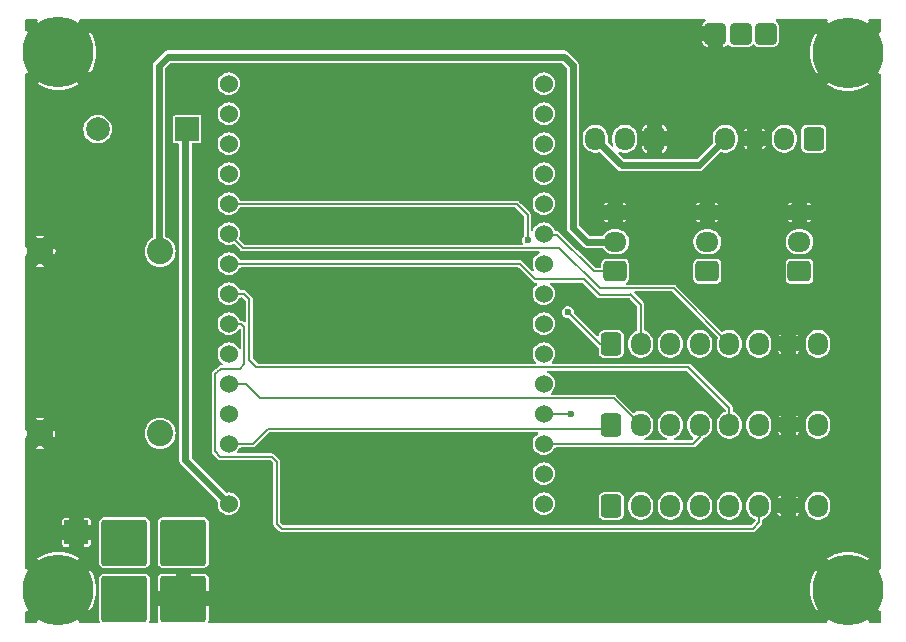
<source format=gbr>
%TF.GenerationSoftware,KiCad,Pcbnew,8.0.4*%
%TF.CreationDate,2024-11-11T23:36:28+01:00*%
%TF.ProjectId,Self balancing cube,53656c66-2062-4616-9c61-6e63696e6720,rev?*%
%TF.SameCoordinates,Original*%
%TF.FileFunction,Copper,L2,Bot*%
%TF.FilePolarity,Positive*%
%FSLAX46Y46*%
G04 Gerber Fmt 4.6, Leading zero omitted, Abs format (unit mm)*
G04 Created by KiCad (PCBNEW 8.0.4) date 2024-11-11 23:36:28*
%MOMM*%
%LPD*%
G01*
G04 APERTURE LIST*
G04 Aperture macros list*
%AMRoundRect*
0 Rectangle with rounded corners*
0 $1 Rounding radius*
0 $2 $3 $4 $5 $6 $7 $8 $9 X,Y pos of 4 corners*
0 Add a 4 corners polygon primitive as box body*
4,1,4,$2,$3,$4,$5,$6,$7,$8,$9,$2,$3,0*
0 Add four circle primitives for the rounded corners*
1,1,$1+$1,$2,$3*
1,1,$1+$1,$4,$5*
1,1,$1+$1,$6,$7*
1,1,$1+$1,$8,$9*
0 Add four rect primitives between the rounded corners*
20,1,$1+$1,$2,$3,$4,$5,0*
20,1,$1+$1,$4,$5,$6,$7,0*
20,1,$1+$1,$6,$7,$8,$9,0*
20,1,$1+$1,$8,$9,$2,$3,0*%
G04 Aperture macros list end*
%TA.AperFunction,ComponentPad*%
%ADD10RoundRect,0.250002X-1.699998X-1.699998X1.699998X-1.699998X1.699998X1.699998X-1.699998X1.699998X0*%
%TD*%
%TA.AperFunction,ComponentPad*%
%ADD11RoundRect,0.250000X-0.600000X-0.725000X0.600000X-0.725000X0.600000X0.725000X-0.600000X0.725000X0*%
%TD*%
%TA.AperFunction,ComponentPad*%
%ADD12O,1.700000X1.950000*%
%TD*%
%TA.AperFunction,ComponentPad*%
%ADD13RoundRect,0.250000X0.725000X-0.600000X0.725000X0.600000X-0.725000X0.600000X-0.725000X-0.600000X0*%
%TD*%
%TA.AperFunction,ComponentPad*%
%ADD14O,1.950000X1.700000*%
%TD*%
%TA.AperFunction,ComponentPad*%
%ADD15C,6.000000*%
%TD*%
%TA.AperFunction,ComponentPad*%
%ADD16RoundRect,0.270000X-0.630000X-0.630000X0.630000X-0.630000X0.630000X0.630000X-0.630000X0.630000X0*%
%TD*%
%TA.AperFunction,ComponentPad*%
%ADD17C,2.220000*%
%TD*%
%TA.AperFunction,ComponentPad*%
%ADD18RoundRect,0.250001X-0.799999X-0.799999X0.799999X-0.799999X0.799999X0.799999X-0.799999X0.799999X0*%
%TD*%
%TA.AperFunction,ComponentPad*%
%ADD19RoundRect,0.250000X0.600000X0.725000X-0.600000X0.725000X-0.600000X-0.725000X0.600000X-0.725000X0*%
%TD*%
%TA.AperFunction,ComponentPad*%
%ADD20R,2.000000X2.000000*%
%TD*%
%TA.AperFunction,ComponentPad*%
%ADD21C,2.000000*%
%TD*%
%TA.AperFunction,ComponentPad*%
%ADD22C,1.524000*%
%TD*%
%TA.AperFunction,ViaPad*%
%ADD23C,0.600000*%
%TD*%
%TA.AperFunction,Conductor*%
%ADD24C,0.630000*%
%TD*%
%TA.AperFunction,Conductor*%
%ADD25C,0.160000*%
%TD*%
%TA.AperFunction,Conductor*%
%ADD26C,0.200000*%
%TD*%
G04 APERTURE END LIST*
D10*
%TO.P,J1,1,Pin_1*%
%TO.N,+BATT*%
X127609600Y-113131600D03*
%TD*%
D11*
%TO.P,J8,1,Pin_1*%
%TO.N,Net-(J8-Pin_1)*%
X163848400Y-110032800D03*
D12*
%TO.P,J8,2,Pin_2*%
%TO.N,Net-(J8-Pin_2)*%
X166348400Y-110032800D03*
%TO.P,J8,3,Pin_3*%
%TO.N,+3.3V*%
X168848400Y-110032800D03*
%TO.P,J8,4,Pin_4*%
%TO.N,Net-(J8-Pin_4)*%
X171348400Y-110032800D03*
%TO.P,J8,5,Pin_5*%
%TO.N,Net-(J8-Pin_5)*%
X173848400Y-110032800D03*
%TO.P,J8,6,Pin_6*%
%TO.N,Net-(J6-Pin_6)*%
X176348400Y-110032800D03*
%TO.P,J8,7,Pin_7*%
%TO.N,-BATT*%
X178848400Y-110032800D03*
%TO.P,J8,8,Pin_8*%
%TO.N,+BATT*%
X181348400Y-110032800D03*
%TD*%
D13*
%TO.P,J10,1,Pin_1*%
%TO.N,Servo2*%
X171984000Y-90170000D03*
D14*
%TO.P,J10,2,Pin_2*%
%TO.N,+5V*%
X171984000Y-87670000D03*
%TO.P,J10,3,Pin_3*%
%TO.N,-BATT*%
X171984000Y-85170000D03*
%TD*%
D15*
%TO.P,,1*%
%TO.N,-BATT*%
X183896000Y-117144800D03*
%TD*%
D13*
%TO.P,J9,1,Pin_1*%
%TO.N,Servo1*%
X164184000Y-90170000D03*
D14*
%TO.P,J9,2,Pin_2*%
%TO.N,+5V*%
X164184000Y-87670000D03*
%TO.P,J9,3,Pin_3*%
%TO.N,-BATT*%
X164184000Y-85170000D03*
%TD*%
D13*
%TO.P,J11,1,Pin_1*%
%TO.N,Servo3*%
X179784000Y-90170000D03*
D14*
%TO.P,J11,2,Pin_2*%
%TO.N,+5V*%
X179784000Y-87670000D03*
%TO.P,J11,3,Pin_3*%
%TO.N,-BATT*%
X179784000Y-85170000D03*
%TD*%
D11*
%TO.P,J7,1,Pin_1*%
%TO.N,Net-(J7-Pin_1)*%
X163851600Y-103174800D03*
D12*
%TO.P,J7,2,Pin_2*%
%TO.N,Net-(J7-Pin_2)*%
X166351600Y-103174800D03*
%TO.P,J7,3,Pin_3*%
%TO.N,+3.3V*%
X168851600Y-103174800D03*
%TO.P,J7,4,Pin_4*%
%TO.N,Net-(J7-Pin_4)*%
X171351600Y-103174800D03*
%TO.P,J7,5,Pin_5*%
%TO.N,Net-(J7-Pin_5)*%
X173851600Y-103174800D03*
%TO.P,J7,6,Pin_6*%
%TO.N,Net-(J6-Pin_6)*%
X176351600Y-103174800D03*
%TO.P,J7,7,Pin_7*%
%TO.N,-BATT*%
X178851600Y-103174800D03*
%TO.P,J7,8,Pin_8*%
%TO.N,+BATT*%
X181351600Y-103174800D03*
%TD*%
D16*
%TO.P,J14,1,Pin_1*%
%TO.N,+3.3V*%
X176936400Y-70053200D03*
%TD*%
D17*
%TO.P,U1,1,IN+*%
%TO.N,+BATT*%
X125654200Y-103886000D03*
%TO.P,U1,2,IN-*%
%TO.N,-BATT*%
X115474200Y-103886000D03*
%TO.P,U1,3,OUT+*%
%TO.N,+5V*%
X125654200Y-88476000D03*
%TO.P,U1,4,OUT-*%
%TO.N,-BATT*%
X115494200Y-88476000D03*
%TD*%
D15*
%TO.P,1,1*%
%TO.N,-BATT*%
X117043200Y-71628000D03*
%TD*%
D11*
%TO.P,J6,1,Pin_1*%
%TO.N,Net-(J6-Pin_1)*%
X163851600Y-96316800D03*
D12*
%TO.P,J6,2,Pin_2*%
%TO.N,Net-(J6-Pin_2)*%
X166351600Y-96316800D03*
%TO.P,J6,3,Pin_3*%
%TO.N,+3.3V*%
X168851600Y-96316800D03*
%TO.P,J6,4,Pin_4*%
%TO.N,Net-(J6-Pin_4)*%
X171351600Y-96316800D03*
%TO.P,J6,5,Pin_5*%
%TO.N,Net-(J6-Pin_5)*%
X173851600Y-96316800D03*
%TO.P,J6,6,Pin_6*%
%TO.N,Net-(J6-Pin_6)*%
X176351600Y-96316800D03*
%TO.P,J6,7,Pin_7*%
%TO.N,-BATT*%
X178851600Y-96316800D03*
%TO.P,J6,8,Pin_8*%
%TO.N,+BATT*%
X181351600Y-96316800D03*
%TD*%
D18*
%TO.P,J5,1,Pin_1*%
%TO.N,-BATT*%
X118567200Y-112268000D03*
%TD*%
D10*
%TO.P,J2,1,Pin_1*%
%TO.N,Net-(J2-Pin_1)*%
X122631200Y-113131600D03*
%TD*%
%TO.P,J3,1,Pin_1*%
%TO.N,Net-(J2-Pin_1)*%
X122631200Y-117906800D03*
%TD*%
D15*
%TO.P,1,1*%
%TO.N,-BATT*%
X117043200Y-117144800D03*
%TD*%
D19*
%TO.P,J12,1,Pin_1*%
%TO.N,SDA*%
X181003600Y-78943200D03*
D12*
%TO.P,J12,2,Pin_2*%
%TO.N,SCL*%
X178503600Y-78943200D03*
%TO.P,J12,3,Pin_3*%
%TO.N,-BATT*%
X176003600Y-78943200D03*
%TO.P,J12,4,Pin_4*%
%TO.N,VCC*%
X173503600Y-78943200D03*
%TD*%
D19*
%TO.P,J13,1,Pin_1*%
%TO.N,-BATT*%
X167507600Y-78943200D03*
D12*
%TO.P,J13,2,Pin_2*%
%TO.N,WS2812*%
X165007600Y-78943200D03*
%TO.P,J13,3,Pin_3*%
%TO.N,VCC*%
X162507600Y-78943200D03*
%TD*%
D15*
%TO.P,,1*%
%TO.N,-BATT*%
X183896000Y-71678800D03*
%TD*%
D10*
%TO.P,J4,1,Pin_1*%
%TO.N,-BATT*%
X127609600Y-117906800D03*
%TD*%
D20*
%TO.P,BZ1,1,+*%
%TO.N,VCC*%
X127955200Y-78130400D03*
D21*
%TO.P,BZ1,2,-*%
%TO.N,Net-(BZ1--)*%
X120355200Y-78130400D03*
%TD*%
D16*
%TO.P,J15,1,Pin_1*%
%TO.N,Push_Led*%
X174802800Y-70053200D03*
%TD*%
D22*
%TO.P,U2,1,EN*%
%TO.N,unconnected-(U2-EN-Pad1)*%
X131482600Y-74296200D03*
%TO.P,U2,2,VP*%
%TO.N,unconnected-(U2-VP-Pad2)*%
X131482600Y-76836200D03*
%TO.P,U2,3,VN*%
%TO.N,Push_Led*%
X131482600Y-79376200D03*
%TO.P,U2,4,D34*%
%TO.N,Adc batt*%
X131482600Y-81916200D03*
%TO.P,U2,5,D35*%
%TO.N,Net-(J6-Pin_1)*%
X131482600Y-84456200D03*
%TO.P,U2,6,D32*%
%TO.N,Net-(J6-Pin_5)*%
X131482600Y-86996200D03*
%TO.P,U2,7,D33*%
%TO.N,Net-(J6-Pin_2)*%
X131482600Y-89536200D03*
%TO.P,U2,8,D25*%
%TO.N,Net-(J7-Pin_5)*%
X131482600Y-92076200D03*
%TO.P,U2,9,D26*%
%TO.N,Net-(J6-Pin_6)*%
X131482600Y-94616200D03*
%TO.P,U2,10,D27*%
%TO.N,cmd buzzer*%
X131482600Y-97156200D03*
%TO.P,U2,11,D14*%
%TO.N,Net-(J7-Pin_2)*%
X131482600Y-99696200D03*
%TO.P,U2,12,D12*%
%TO.N,Servo2*%
X131482600Y-102236200D03*
%TO.P,U2,13,D13*%
%TO.N,Net-(J7-Pin_1)*%
X131482600Y-104776200D03*
%TO.P,U2,14,GND*%
%TO.N,-BATT*%
X131482600Y-107316200D03*
%TO.P,U2,15,VIN*%
%TO.N,VCC*%
X131482600Y-109856200D03*
%TO.P,U2,16,3V3*%
%TO.N,+3.3V*%
X158152600Y-109856200D03*
%TO.P,U2,17,GND*%
%TO.N,unconnected-(U2-GND-Pad17)*%
X158152600Y-107316200D03*
%TO.P,U2,18,D15*%
%TO.N,Net-(J7-Pin_4)*%
X158152600Y-104776200D03*
%TO.P,U2,19,D2*%
%TO.N,Servo3*%
X158152600Y-102236200D03*
%TO.P,U2,20,D4*%
%TO.N,Net-(J6-Pin_4)*%
X158152600Y-99696200D03*
%TO.P,U2,21,RX2*%
%TO.N,Net-(J8-Pin_1)*%
X158152600Y-97156200D03*
%TO.P,U2,22,TX2*%
%TO.N,Net-(J8-Pin_2)*%
X158152600Y-94616200D03*
%TO.P,U2,23,D5*%
%TO.N,Net-(J8-Pin_4)*%
X158152600Y-92076200D03*
%TO.P,U2,24,D18*%
%TO.N,Net-(J8-Pin_5)*%
X158152600Y-89536200D03*
%TO.P,U2,25,D19*%
%TO.N,Servo1*%
X158152600Y-86996200D03*
%TO.P,U2,26,D21*%
%TO.N,SDA*%
X158152600Y-84456200D03*
%TO.P,U2,27,RX0*%
%TO.N,unconnected-(U2-RX0-Pad27)*%
X158152600Y-81916200D03*
%TO.P,U2,28,TX0*%
%TO.N,unconnected-(U2-TX0-Pad28)*%
X158152600Y-79376200D03*
%TO.P,U2,29,D22*%
%TO.N,SCL*%
X158152600Y-76836200D03*
%TO.P,U2,30,D23*%
%TO.N,WS2812*%
X158152600Y-74296200D03*
%TD*%
D16*
%TO.P,J16,1,Pin_1*%
%TO.N,-BATT*%
X172669200Y-70053200D03*
%TD*%
D23*
%TO.N,Servo3*%
X160477200Y-102209600D03*
%TO.N,Net-(J6-Pin_1)*%
X156819600Y-87528400D03*
X160172400Y-93624400D03*
%TD*%
D24*
%TO.N,VCC*%
X173503600Y-78943200D02*
X171268400Y-81178400D01*
X127802800Y-106176400D02*
X131482600Y-109856200D01*
X164742800Y-81178400D02*
X162507600Y-78943200D01*
X171268400Y-81178400D02*
X164742800Y-81178400D01*
X127802800Y-78130400D02*
X127802800Y-106176400D01*
D25*
%TO.N,Net-(J6-Pin_5)*%
X132675200Y-88188800D02*
X131482600Y-86996200D01*
X159461200Y-88188800D02*
X132675200Y-88188800D01*
X173786800Y-96381600D02*
X173851600Y-96316800D01*
X173851600Y-96316800D02*
X169127200Y-91592400D01*
X162864800Y-91592400D02*
X159461200Y-88188800D01*
X169127200Y-91592400D02*
X162864800Y-91592400D01*
%TO.N,Net-(J6-Pin_6)*%
X176351600Y-96316800D02*
X176351600Y-95681200D01*
X132791200Y-94894400D02*
X132791200Y-98044000D01*
X130454400Y-98704400D02*
X130302000Y-98856800D01*
X135128000Y-105867200D02*
X135534400Y-106273600D01*
X130302000Y-98856800D02*
X130302000Y-105410000D01*
X130302000Y-105410000D02*
X130759200Y-105867200D01*
X176348400Y-111433600D02*
X176348400Y-110032800D01*
X135534400Y-106273600D02*
X135534400Y-111556800D01*
X130759200Y-105867200D02*
X135128000Y-105867200D01*
X132435600Y-98399600D02*
X130810000Y-98399600D01*
X175818800Y-111963200D02*
X176348400Y-111433600D01*
X132513000Y-94616200D02*
X132791200Y-94894400D01*
X135940800Y-111963200D02*
X175818800Y-111963200D01*
X131482600Y-94616200D02*
X132513000Y-94616200D01*
X135534400Y-111556800D02*
X135940800Y-111963200D01*
X130810000Y-98399600D02*
X130505200Y-98704400D01*
X132791200Y-98044000D02*
X132435600Y-98399600D01*
X130505200Y-98704400D02*
X130454400Y-98704400D01*
D26*
%TO.N,Net-(J6-Pin_2)*%
X156135000Y-89536200D02*
X157429200Y-90830400D01*
X162864800Y-92151200D02*
X165404800Y-92151200D01*
D25*
X166370000Y-96335200D02*
X166351600Y-96316800D01*
D26*
X165404800Y-92151200D02*
X165455600Y-92100400D01*
X157429200Y-90830400D02*
X161544000Y-90830400D01*
X166351600Y-92996400D02*
X166351600Y-96316800D01*
X131482600Y-89536200D02*
X156135000Y-89536200D01*
X165455600Y-92100400D02*
X166351600Y-92996400D01*
X161544000Y-90830400D02*
X162864800Y-92151200D01*
%TO.N,Net-(J7-Pin_5)*%
X133807200Y-98298000D02*
X133197600Y-97688400D01*
X173851600Y-101766400D02*
X170383200Y-98298000D01*
X132764600Y-92076200D02*
X131482600Y-92076200D01*
X133197600Y-97688400D02*
X133197600Y-92509200D01*
X133197600Y-92509200D02*
X132764600Y-92076200D01*
X173851600Y-103174800D02*
X173851600Y-101766400D01*
X170383200Y-98298000D02*
X133807200Y-98298000D01*
%TO.N,Net-(J7-Pin_4)*%
X170765400Y-104776200D02*
X158152600Y-104776200D01*
X171351600Y-104190000D02*
X170765400Y-104776200D01*
X171351600Y-103174800D02*
X171351600Y-104190000D01*
%TO.N,Net-(J7-Pin_1)*%
X133478200Y-104776200D02*
X131482600Y-104776200D01*
X134774800Y-103479600D02*
X133478200Y-104776200D01*
X163546800Y-103479600D02*
X134774800Y-103479600D01*
X163851600Y-103174800D02*
X163546800Y-103479600D01*
D25*
%TO.N,Net-(J7-Pin_2)*%
X132919400Y-99696200D02*
X131482600Y-99696200D01*
X134112000Y-100888800D02*
X132919400Y-99696200D01*
X166351600Y-103174800D02*
X164065600Y-100888800D01*
X164065600Y-100888800D02*
X134112000Y-100888800D01*
D26*
%TO.N,Servo1*%
X162356800Y-90170000D02*
X159258000Y-87071200D01*
X158227600Y-87071200D02*
X158152600Y-86996200D01*
X164184000Y-90170000D02*
X162356800Y-90170000D01*
X159258000Y-87071200D02*
X158227600Y-87071200D01*
%TO.N,Servo3*%
X160477200Y-102209600D02*
X158179200Y-102209600D01*
X158179200Y-102209600D02*
X158152600Y-102236200D01*
D25*
%TO.N,cmd buzzer*%
X131482600Y-97156200D02*
X131509200Y-97129600D01*
%TO.N,Net-(J6-Pin_1)*%
X156768800Y-87477600D02*
X156768800Y-85394800D01*
X155830200Y-84456200D02*
X131482600Y-84456200D01*
X156768800Y-85394800D02*
X155830200Y-84456200D01*
D26*
X162864800Y-96316800D02*
X160172400Y-93624400D01*
X163851600Y-96316800D02*
X162864800Y-96316800D01*
D24*
%TO.N,+5V*%
X164184000Y-87670000D02*
X161787200Y-87670000D01*
X160578800Y-72694800D02*
X159867600Y-71983600D01*
X161787200Y-87670000D02*
X160578800Y-86461600D01*
X126339600Y-71983600D02*
X125526800Y-72796400D01*
X160578800Y-86461600D02*
X160578800Y-72694800D01*
X159867600Y-71983600D02*
X126339600Y-71983600D01*
X125526800Y-88348600D02*
X125654200Y-88476000D01*
X125526800Y-72796400D02*
X125526800Y-88348600D01*
%TD*%
%TA.AperFunction,Conductor*%
%TO.N,-BATT*%
G36*
X115653096Y-117720600D02*
G01*
X115760285Y-117930971D01*
X115899064Y-118121984D01*
X116066016Y-118288936D01*
X116257029Y-118427715D01*
X116467400Y-118534904D01*
X116530589Y-118555435D01*
X115273332Y-119812693D01*
X115275550Y-119838980D01*
X115261600Y-119898554D01*
X115215297Y-119938550D01*
X115176900Y-119946300D01*
X114340700Y-119946300D01*
X114282509Y-119927393D01*
X114246545Y-119877893D01*
X114241700Y-119847300D01*
X114241700Y-119011098D01*
X114260607Y-118952907D01*
X114310107Y-118916943D01*
X114349022Y-118912448D01*
X114375306Y-118914665D01*
X115632563Y-117657407D01*
X115653096Y-117720600D01*
G37*
%TD.AperFunction*%
%TA.AperFunction,Conductor*%
G36*
X171812764Y-68845407D02*
G01*
X171848728Y-68894907D01*
X171848728Y-68956093D01*
X171813901Y-69004754D01*
X171703444Y-69087440D01*
X171703440Y-69087444D01*
X171622448Y-69195637D01*
X171575219Y-69322264D01*
X171575217Y-69322272D01*
X171569200Y-69378248D01*
X171569200Y-69418199D01*
X171569201Y-69418200D01*
X173205200Y-69418200D01*
X173263391Y-69437107D01*
X173299355Y-69486607D01*
X173304200Y-69517200D01*
X173304200Y-71153198D01*
X173304201Y-71153199D01*
X173344149Y-71153199D01*
X173344154Y-71153198D01*
X173400130Y-71147182D01*
X173400132Y-71147181D01*
X173526762Y-71099951D01*
X173634955Y-71018959D01*
X173634958Y-71018956D01*
X173656432Y-70990270D01*
X173706440Y-70955016D01*
X173767619Y-70955888D01*
X173814941Y-70990269D01*
X173836682Y-71019312D01*
X173836687Y-71019317D01*
X173944403Y-71099951D01*
X173944995Y-71100394D01*
X174071760Y-71147675D01*
X174127800Y-71153700D01*
X174127803Y-71153700D01*
X175477797Y-71153700D01*
X175477800Y-71153700D01*
X175533840Y-71147675D01*
X175660605Y-71100394D01*
X175768915Y-71019315D01*
X175790345Y-70990686D01*
X175840353Y-70955433D01*
X175901532Y-70956305D01*
X175948855Y-70990687D01*
X175970283Y-71019313D01*
X175970287Y-71019317D01*
X176078003Y-71099951D01*
X176078595Y-71100394D01*
X176205360Y-71147675D01*
X176261400Y-71153700D01*
X176261403Y-71153700D01*
X177611397Y-71153700D01*
X177611400Y-71153700D01*
X177667440Y-71147675D01*
X177794205Y-71100394D01*
X177902515Y-71019315D01*
X177983594Y-70911005D01*
X178030875Y-70784240D01*
X178036900Y-70728200D01*
X178036900Y-69378200D01*
X178030875Y-69322160D01*
X177983594Y-69195395D01*
X177949682Y-69150093D01*
X177902517Y-69087087D01*
X177902512Y-69087082D01*
X177792533Y-69004754D01*
X177757279Y-68954746D01*
X177758153Y-68893567D01*
X177794819Y-68844585D01*
X177851861Y-68826500D01*
X182075422Y-68826500D01*
X182133613Y-68845407D01*
X182169577Y-68894907D01*
X182169577Y-68956093D01*
X182133613Y-69005593D01*
X182132710Y-69006241D01*
X182126133Y-69010906D01*
X183383390Y-70268163D01*
X183320200Y-70288696D01*
X183109829Y-70395885D01*
X182918816Y-70534664D01*
X182751864Y-70701616D01*
X182613085Y-70892629D01*
X182505896Y-71103000D01*
X182485363Y-71166190D01*
X181228106Y-69908933D01*
X181182210Y-69973619D01*
X181008358Y-70288179D01*
X180870813Y-70620243D01*
X180771314Y-70965612D01*
X180711112Y-71319938D01*
X180711109Y-71319958D01*
X180690958Y-71678795D01*
X180690958Y-71678804D01*
X180711109Y-72037641D01*
X180711112Y-72037661D01*
X180771314Y-72391987D01*
X180870813Y-72737356D01*
X181008358Y-73069420D01*
X181182215Y-73383988D01*
X181228106Y-73448665D01*
X182485363Y-72191407D01*
X182505896Y-72254600D01*
X182613085Y-72464971D01*
X182751864Y-72655984D01*
X182918816Y-72822936D01*
X183109829Y-72961715D01*
X183320200Y-73068904D01*
X183383389Y-73089435D01*
X182126133Y-74346692D01*
X182190798Y-74392575D01*
X182190816Y-74392587D01*
X182505380Y-74566441D01*
X182505379Y-74566441D01*
X182837443Y-74703986D01*
X183182812Y-74803485D01*
X183537138Y-74863687D01*
X183537158Y-74863690D01*
X183895995Y-74883842D01*
X183896005Y-74883842D01*
X184254841Y-74863690D01*
X184254861Y-74863687D01*
X184609187Y-74803485D01*
X184954556Y-74703986D01*
X185286620Y-74566441D01*
X185601183Y-74392588D01*
X185665865Y-74346692D01*
X184408609Y-73089436D01*
X184471800Y-73068904D01*
X184682171Y-72961715D01*
X184873184Y-72822936D01*
X185040136Y-72655984D01*
X185178915Y-72464971D01*
X185286104Y-72254600D01*
X185306636Y-72191409D01*
X186563892Y-73448665D01*
X186590179Y-73446448D01*
X186649753Y-73460398D01*
X186689750Y-73506699D01*
X186697500Y-73545098D01*
X186697500Y-115278500D01*
X186678593Y-115336691D01*
X186629093Y-115372655D01*
X186590180Y-115377150D01*
X186563893Y-115374932D01*
X185306635Y-116632189D01*
X185286104Y-116569000D01*
X185178915Y-116358629D01*
X185040136Y-116167616D01*
X184873184Y-116000664D01*
X184682171Y-115861885D01*
X184471800Y-115754696D01*
X184408607Y-115734163D01*
X185665865Y-114476906D01*
X185601188Y-114431015D01*
X185286619Y-114257158D01*
X185286620Y-114257158D01*
X184954556Y-114119613D01*
X184609187Y-114020114D01*
X184254861Y-113959912D01*
X184254841Y-113959909D01*
X183896005Y-113939758D01*
X183895995Y-113939758D01*
X183537158Y-113959909D01*
X183537138Y-113959912D01*
X183182812Y-114020114D01*
X182837443Y-114119613D01*
X182505379Y-114257158D01*
X182190819Y-114431010D01*
X182126133Y-114476906D01*
X183383390Y-115734163D01*
X183320200Y-115754696D01*
X183109829Y-115861885D01*
X182918816Y-116000664D01*
X182751864Y-116167616D01*
X182613085Y-116358629D01*
X182505896Y-116569000D01*
X182485363Y-116632190D01*
X181228106Y-115374933D01*
X181182210Y-115439619D01*
X181008358Y-115754179D01*
X180870813Y-116086243D01*
X180771314Y-116431612D01*
X180711112Y-116785938D01*
X180711109Y-116785958D01*
X180690958Y-117144795D01*
X180690958Y-117144804D01*
X180711109Y-117503641D01*
X180711112Y-117503661D01*
X180771314Y-117857987D01*
X180870813Y-118203356D01*
X181008358Y-118535420D01*
X181182215Y-118849988D01*
X181228106Y-118914665D01*
X182485363Y-117657407D01*
X182505896Y-117720600D01*
X182613085Y-117930971D01*
X182751864Y-118121984D01*
X182918816Y-118288936D01*
X183109829Y-118427715D01*
X183320200Y-118534904D01*
X183383389Y-118555435D01*
X182126132Y-119812693D01*
X182128350Y-119838980D01*
X182114400Y-119898554D01*
X182068097Y-119938550D01*
X182029700Y-119946300D01*
X129807085Y-119946300D01*
X129748894Y-119927393D01*
X129712930Y-119877893D01*
X129712930Y-119816707D01*
X129713640Y-119814603D01*
X129756749Y-119691400D01*
X129759599Y-119661010D01*
X129759600Y-119661009D01*
X129759600Y-118541801D01*
X129759599Y-118541800D01*
X128688959Y-118541800D01*
X128768020Y-118386633D01*
X128828821Y-118199509D01*
X128859600Y-118005177D01*
X128859600Y-117808423D01*
X128828821Y-117614091D01*
X128768020Y-117426967D01*
X128688959Y-117271800D01*
X129759599Y-117271800D01*
X129759600Y-117271799D01*
X129759600Y-116152591D01*
X129759599Y-116152589D01*
X129756749Y-116122199D01*
X129711944Y-115994151D01*
X129631396Y-115885013D01*
X129631386Y-115885003D01*
X129522248Y-115804455D01*
X129394200Y-115759650D01*
X129363810Y-115756800D01*
X128244601Y-115756800D01*
X128244600Y-115756801D01*
X128244600Y-116827440D01*
X128089433Y-116748380D01*
X127902309Y-116687579D01*
X127707977Y-116656800D01*
X127511223Y-116656800D01*
X127316891Y-116687579D01*
X127129767Y-116748380D01*
X126974600Y-116827440D01*
X126974600Y-115756801D01*
X126974599Y-115756800D01*
X125855389Y-115756800D01*
X125824999Y-115759650D01*
X125696951Y-115804455D01*
X125587813Y-115885003D01*
X125587803Y-115885013D01*
X125507255Y-115994151D01*
X125462450Y-116122199D01*
X125459600Y-116152589D01*
X125459600Y-117271799D01*
X125459601Y-117271800D01*
X126530241Y-117271800D01*
X126451180Y-117426967D01*
X126390379Y-117614091D01*
X126359600Y-117808423D01*
X126359600Y-118005177D01*
X126390379Y-118199509D01*
X126451180Y-118386633D01*
X126530241Y-118541800D01*
X125459601Y-118541800D01*
X125459600Y-118541801D01*
X125459600Y-119661010D01*
X125462450Y-119691400D01*
X125505560Y-119814603D01*
X125506932Y-119875773D01*
X125472088Y-119926067D01*
X125414336Y-119946275D01*
X125412115Y-119946300D01*
X124829214Y-119946300D01*
X124771023Y-119927393D01*
X124735059Y-119877893D01*
X124735059Y-119816707D01*
X124735770Y-119814602D01*
X124736438Y-119812693D01*
X124778846Y-119691498D01*
X124781699Y-119661071D01*
X124781700Y-119661071D01*
X124781700Y-116152529D01*
X124781699Y-116152527D01*
X124778846Y-116122106D01*
X124778846Y-116122102D01*
X124733993Y-115993919D01*
X124653349Y-115884651D01*
X124544081Y-115804007D01*
X124544080Y-115804006D01*
X124415902Y-115759155D01*
X124415893Y-115759153D01*
X124385472Y-115756300D01*
X124385464Y-115756300D01*
X120876936Y-115756300D01*
X120876927Y-115756300D01*
X120846506Y-115759153D01*
X120846497Y-115759155D01*
X120718319Y-115804006D01*
X120609052Y-115884650D01*
X120609050Y-115884652D01*
X120528406Y-115993919D01*
X120483555Y-116122097D01*
X120483553Y-116122106D01*
X120480700Y-116152527D01*
X120480700Y-119661072D01*
X120483553Y-119691493D01*
X120483555Y-119691502D01*
X120526630Y-119814602D01*
X120528003Y-119875772D01*
X120493159Y-119926067D01*
X120435408Y-119946275D01*
X120433186Y-119946300D01*
X118909499Y-119946300D01*
X118851308Y-119927393D01*
X118815344Y-119877893D01*
X118810849Y-119838980D01*
X118813066Y-119812693D01*
X117555809Y-118555436D01*
X117619000Y-118534904D01*
X117829371Y-118427715D01*
X118020384Y-118288936D01*
X118187336Y-118121984D01*
X118326115Y-117930971D01*
X118433304Y-117720600D01*
X118453836Y-117657409D01*
X119711092Y-118914665D01*
X119756988Y-118849983D01*
X119930841Y-118535420D01*
X120068386Y-118203356D01*
X120167885Y-117857987D01*
X120228087Y-117503661D01*
X120228090Y-117503641D01*
X120248242Y-117144804D01*
X120248242Y-117144795D01*
X120228090Y-116785958D01*
X120228087Y-116785938D01*
X120167885Y-116431612D01*
X120068386Y-116086243D01*
X119930841Y-115754179D01*
X119756987Y-115439616D01*
X119756975Y-115439598D01*
X119711092Y-115374933D01*
X118453835Y-116632189D01*
X118433304Y-116569000D01*
X118326115Y-116358629D01*
X118187336Y-116167616D01*
X118020384Y-116000664D01*
X117829371Y-115861885D01*
X117619000Y-115754696D01*
X117555807Y-115734163D01*
X118813065Y-114476906D01*
X118748388Y-114431015D01*
X118433819Y-114257158D01*
X118433820Y-114257158D01*
X118101756Y-114119613D01*
X117756387Y-114020114D01*
X117402061Y-113959912D01*
X117402041Y-113959909D01*
X117043205Y-113939758D01*
X117043195Y-113939758D01*
X116684358Y-113959909D01*
X116684338Y-113959912D01*
X116330012Y-114020114D01*
X115984643Y-114119613D01*
X115652579Y-114257158D01*
X115338019Y-114431010D01*
X115273333Y-114476906D01*
X116530590Y-115734163D01*
X116467400Y-115754696D01*
X116257029Y-115861885D01*
X116066016Y-116000664D01*
X115899064Y-116167616D01*
X115760285Y-116358629D01*
X115653096Y-116569000D01*
X115632563Y-116632190D01*
X114375306Y-115374933D01*
X114349020Y-115377150D01*
X114289446Y-115363200D01*
X114249450Y-115316897D01*
X114241700Y-115278500D01*
X114241700Y-112903001D01*
X117317200Y-112903001D01*
X117317200Y-113122210D01*
X117320050Y-113152600D01*
X117364855Y-113280648D01*
X117445403Y-113389786D01*
X117445413Y-113389796D01*
X117554551Y-113470344D01*
X117682599Y-113515149D01*
X117712989Y-113517999D01*
X117712991Y-113518000D01*
X117932199Y-113518000D01*
X117932200Y-113517999D01*
X117932200Y-112903001D01*
X119202200Y-112903001D01*
X119202200Y-113517999D01*
X119202201Y-113518000D01*
X119421409Y-113518000D01*
X119421410Y-113517999D01*
X119451800Y-113515149D01*
X119579848Y-113470344D01*
X119688986Y-113389796D01*
X119688996Y-113389786D01*
X119769544Y-113280648D01*
X119814349Y-113152600D01*
X119817199Y-113122210D01*
X119817200Y-113122209D01*
X119817200Y-112903001D01*
X119817199Y-112903000D01*
X119202201Y-112903000D01*
X119202200Y-112903001D01*
X117932200Y-112903001D01*
X117932199Y-112903000D01*
X117317201Y-112903000D01*
X117317200Y-112903001D01*
X114241700Y-112903001D01*
X114241700Y-112195591D01*
X118017200Y-112195591D01*
X118017200Y-112340409D01*
X118054682Y-112480292D01*
X118127090Y-112605708D01*
X118229492Y-112708110D01*
X118354908Y-112780518D01*
X118494791Y-112818000D01*
X118639609Y-112818000D01*
X118779492Y-112780518D01*
X118904908Y-112708110D01*
X119007310Y-112605708D01*
X119079718Y-112480292D01*
X119117200Y-112340409D01*
X119117200Y-112195591D01*
X119079718Y-112055708D01*
X119007310Y-111930292D01*
X118904908Y-111827890D01*
X118779492Y-111755482D01*
X118639609Y-111718000D01*
X118494791Y-111718000D01*
X118354908Y-111755482D01*
X118229492Y-111827890D01*
X118127090Y-111930292D01*
X118054682Y-112055708D01*
X118017200Y-112195591D01*
X114241700Y-112195591D01*
X114241700Y-111413789D01*
X117317200Y-111413789D01*
X117317200Y-111632999D01*
X117317201Y-111633000D01*
X117932199Y-111633000D01*
X117932200Y-111632999D01*
X117932200Y-111018001D01*
X119202200Y-111018001D01*
X119202200Y-111632999D01*
X119202201Y-111633000D01*
X119817199Y-111633000D01*
X119817200Y-111632999D01*
X119817200Y-111413791D01*
X119817199Y-111413789D01*
X119814349Y-111383399D01*
X119812224Y-111377327D01*
X120480700Y-111377327D01*
X120480700Y-114885872D01*
X120483553Y-114916293D01*
X120483555Y-114916302D01*
X120528406Y-115044480D01*
X120528407Y-115044481D01*
X120609051Y-115153749D01*
X120718319Y-115234393D01*
X120846502Y-115279246D01*
X120876927Y-115282099D01*
X120876929Y-115282100D01*
X120876936Y-115282100D01*
X124385471Y-115282100D01*
X124385471Y-115282099D01*
X124415898Y-115279246D01*
X124544081Y-115234393D01*
X124653349Y-115153749D01*
X124733993Y-115044481D01*
X124778846Y-114916298D01*
X124781699Y-114885871D01*
X124781700Y-114885871D01*
X124781700Y-111377329D01*
X124781699Y-111377327D01*
X125459100Y-111377327D01*
X125459100Y-114885872D01*
X125461953Y-114916293D01*
X125461955Y-114916302D01*
X125506806Y-115044480D01*
X125506807Y-115044481D01*
X125587451Y-115153749D01*
X125696719Y-115234393D01*
X125824902Y-115279246D01*
X125855327Y-115282099D01*
X125855329Y-115282100D01*
X125855336Y-115282100D01*
X129363871Y-115282100D01*
X129363871Y-115282099D01*
X129394298Y-115279246D01*
X129522481Y-115234393D01*
X129631749Y-115153749D01*
X129712393Y-115044481D01*
X129757246Y-114916298D01*
X129760099Y-114885871D01*
X129760100Y-114885871D01*
X129760100Y-111377329D01*
X129760099Y-111377327D01*
X129757246Y-111346906D01*
X129757246Y-111346902D01*
X129712393Y-111218719D01*
X129631749Y-111109451D01*
X129522481Y-111028807D01*
X129522480Y-111028806D01*
X129394302Y-110983955D01*
X129394293Y-110983953D01*
X129363872Y-110981100D01*
X129363864Y-110981100D01*
X125855336Y-110981100D01*
X125855327Y-110981100D01*
X125824906Y-110983953D01*
X125824897Y-110983955D01*
X125696719Y-111028806D01*
X125587452Y-111109450D01*
X125587450Y-111109452D01*
X125506806Y-111218719D01*
X125461955Y-111346897D01*
X125461953Y-111346906D01*
X125459100Y-111377327D01*
X124781699Y-111377327D01*
X124778846Y-111346906D01*
X124778846Y-111346902D01*
X124733993Y-111218719D01*
X124653349Y-111109451D01*
X124544081Y-111028807D01*
X124544080Y-111028806D01*
X124415902Y-110983955D01*
X124415893Y-110983953D01*
X124385472Y-110981100D01*
X124385464Y-110981100D01*
X120876936Y-110981100D01*
X120876927Y-110981100D01*
X120846506Y-110983953D01*
X120846497Y-110983955D01*
X120718319Y-111028806D01*
X120609052Y-111109450D01*
X120609050Y-111109452D01*
X120528406Y-111218719D01*
X120483555Y-111346897D01*
X120483553Y-111346906D01*
X120480700Y-111377327D01*
X119812224Y-111377327D01*
X119769544Y-111255351D01*
X119688996Y-111146213D01*
X119688986Y-111146203D01*
X119579848Y-111065655D01*
X119451800Y-111020850D01*
X119421410Y-111018000D01*
X119202201Y-111018000D01*
X119202200Y-111018001D01*
X117932200Y-111018001D01*
X117932199Y-111018000D01*
X117712989Y-111018000D01*
X117682599Y-111020850D01*
X117554551Y-111065655D01*
X117445413Y-111146203D01*
X117445403Y-111146213D01*
X117364855Y-111255351D01*
X117320050Y-111383399D01*
X117317200Y-111413789D01*
X114241700Y-111413789D01*
X114241700Y-105145384D01*
X115112840Y-105145384D01*
X115245859Y-105181027D01*
X115474197Y-105201004D01*
X115474203Y-105201004D01*
X115702539Y-105181027D01*
X115835558Y-105145384D01*
X115471429Y-104781255D01*
X115459099Y-104789493D01*
X115455293Y-104801208D01*
X115445204Y-104813021D01*
X115112840Y-105145384D01*
X114241700Y-105145384D01*
X114241700Y-104261481D01*
X114260607Y-104203290D01*
X114270696Y-104191477D01*
X114576173Y-103885999D01*
X114576173Y-103885998D01*
X114510349Y-103820174D01*
X114974200Y-103820174D01*
X114974200Y-103951826D01*
X115008275Y-104078993D01*
X115074101Y-104193007D01*
X115167193Y-104286099D01*
X115281207Y-104351925D01*
X115408374Y-104386000D01*
X115540026Y-104386000D01*
X115667193Y-104351925D01*
X115781207Y-104286099D01*
X115874299Y-104193007D01*
X115940125Y-104078993D01*
X115974200Y-103951826D01*
X115974200Y-103883229D01*
X116369455Y-103883229D01*
X116733584Y-104247358D01*
X116769227Y-104114339D01*
X116789204Y-103886000D01*
X116789204Y-103885996D01*
X124338694Y-103885996D01*
X124338694Y-103886000D01*
X124358677Y-104114427D01*
X124358678Y-104114434D01*
X124358679Y-104114435D01*
X124418029Y-104335930D01*
X124514938Y-104543753D01*
X124646464Y-104731591D01*
X124808609Y-104893736D01*
X124996447Y-105025262D01*
X125204270Y-105122171D01*
X125425765Y-105181521D01*
X125425769Y-105181521D01*
X125425772Y-105181522D01*
X125654197Y-105201506D01*
X125654200Y-105201506D01*
X125654203Y-105201506D01*
X125882627Y-105181522D01*
X125882628Y-105181521D01*
X125882635Y-105181521D01*
X126104130Y-105122171D01*
X126311953Y-105025262D01*
X126499791Y-104893736D01*
X126661936Y-104731591D01*
X126793462Y-104543753D01*
X126890371Y-104335930D01*
X126949721Y-104114435D01*
X126949730Y-104114339D01*
X126969706Y-103886000D01*
X126969706Y-103885996D01*
X126949722Y-103657572D01*
X126949721Y-103657569D01*
X126949721Y-103657565D01*
X126890371Y-103436070D01*
X126793462Y-103228247D01*
X126661936Y-103040409D01*
X126499791Y-102878264D01*
X126499787Y-102878261D01*
X126499786Y-102878260D01*
X126350207Y-102773524D01*
X126311953Y-102746738D01*
X126104130Y-102649829D01*
X125882635Y-102590479D01*
X125882634Y-102590478D01*
X125882627Y-102590477D01*
X125654203Y-102570494D01*
X125654197Y-102570494D01*
X125425772Y-102590477D01*
X125421044Y-102591744D01*
X125204270Y-102649829D01*
X125107362Y-102695017D01*
X124996448Y-102746737D01*
X124808613Y-102878260D01*
X124646460Y-103040413D01*
X124514937Y-103228248D01*
X124463217Y-103339162D01*
X124433326Y-103403267D01*
X124418029Y-103436071D01*
X124358677Y-103657572D01*
X124338694Y-103885996D01*
X116789204Y-103885996D01*
X116769227Y-103657659D01*
X116733584Y-103524640D01*
X116401221Y-103857004D01*
X116379626Y-103868006D01*
X116369455Y-103883229D01*
X115974200Y-103883229D01*
X115974200Y-103820174D01*
X115940125Y-103693007D01*
X115874299Y-103578993D01*
X115781207Y-103485901D01*
X115667193Y-103420075D01*
X115540026Y-103386000D01*
X115408374Y-103386000D01*
X115281207Y-103420075D01*
X115167193Y-103485901D01*
X115074101Y-103578993D01*
X115008275Y-103693007D01*
X114974200Y-103820174D01*
X114510349Y-103820174D01*
X114270696Y-103580520D01*
X114242919Y-103526004D01*
X114241700Y-103510517D01*
X114241700Y-102626613D01*
X115112839Y-102626613D01*
X115474199Y-102987973D01*
X115835558Y-102626614D01*
X115702540Y-102590972D01*
X115474203Y-102570996D01*
X115474197Y-102570996D01*
X115245858Y-102590972D01*
X115112839Y-102626613D01*
X114241700Y-102626613D01*
X114241700Y-89735384D01*
X115132840Y-89735384D01*
X115265859Y-89771027D01*
X115494197Y-89791004D01*
X115494203Y-89791004D01*
X115722539Y-89771027D01*
X115855558Y-89735384D01*
X115491429Y-89371255D01*
X115479099Y-89379493D01*
X115475293Y-89391208D01*
X115465204Y-89403021D01*
X115132840Y-89735384D01*
X114241700Y-89735384D01*
X114241700Y-88871481D01*
X114260607Y-88813290D01*
X114270696Y-88801477D01*
X114596173Y-88475999D01*
X114596173Y-88475998D01*
X114530349Y-88410174D01*
X114994200Y-88410174D01*
X114994200Y-88541826D01*
X115028275Y-88668993D01*
X115094101Y-88783007D01*
X115187193Y-88876099D01*
X115301207Y-88941925D01*
X115428374Y-88976000D01*
X115560026Y-88976000D01*
X115687193Y-88941925D01*
X115801207Y-88876099D01*
X115894299Y-88783007D01*
X115960125Y-88668993D01*
X115994200Y-88541826D01*
X115994200Y-88473229D01*
X116389455Y-88473229D01*
X116753584Y-88837358D01*
X116789227Y-88704339D01*
X116809204Y-88476000D01*
X116809204Y-88475996D01*
X124338694Y-88475996D01*
X124338694Y-88476000D01*
X124358677Y-88704427D01*
X124358678Y-88704434D01*
X124358679Y-88704435D01*
X124418029Y-88925930D01*
X124514938Y-89133753D01*
X124573083Y-89216793D01*
X124600662Y-89256180D01*
X124646464Y-89321591D01*
X124808609Y-89483736D01*
X124808612Y-89483738D01*
X124808613Y-89483739D01*
X124850208Y-89512864D01*
X124996447Y-89615262D01*
X125204270Y-89712171D01*
X125425765Y-89771521D01*
X125425769Y-89771521D01*
X125425772Y-89771522D01*
X125654197Y-89791506D01*
X125654200Y-89791506D01*
X125654203Y-89791506D01*
X125882627Y-89771522D01*
X125882628Y-89771521D01*
X125882635Y-89771521D01*
X126104130Y-89712171D01*
X126311953Y-89615262D01*
X126499791Y-89483736D01*
X126661936Y-89321591D01*
X126793462Y-89133753D01*
X126890371Y-88925930D01*
X126949721Y-88704435D01*
X126949730Y-88704339D01*
X126969706Y-88476000D01*
X126969706Y-88475996D01*
X126949722Y-88247572D01*
X126949721Y-88247569D01*
X126949721Y-88247565D01*
X126890371Y-88026070D01*
X126793462Y-87818247D01*
X126661936Y-87630409D01*
X126499791Y-87468264D01*
X126499787Y-87468261D01*
X126499786Y-87468260D01*
X126354193Y-87366315D01*
X126311953Y-87336738D01*
X126104130Y-87239829D01*
X126104127Y-87239828D01*
X126100213Y-87238003D01*
X126101103Y-87236093D01*
X126059206Y-87203336D01*
X126042300Y-87148004D01*
X126042300Y-77110653D01*
X126754700Y-77110653D01*
X126754700Y-79150146D01*
X126754701Y-79150158D01*
X126766332Y-79208627D01*
X126766334Y-79208633D01*
X126810645Y-79274948D01*
X126810648Y-79274952D01*
X126876969Y-79319267D01*
X126921431Y-79328111D01*
X126935441Y-79330898D01*
X126935446Y-79330898D01*
X126935452Y-79330900D01*
X127188300Y-79330900D01*
X127246491Y-79349807D01*
X127282455Y-79399307D01*
X127287300Y-79429900D01*
X127287300Y-106244266D01*
X127305055Y-106310529D01*
X127305054Y-106310529D01*
X127322429Y-106375372D01*
X127322430Y-106375375D01*
X127322431Y-106375376D01*
X127390297Y-106492924D01*
X129017731Y-108120358D01*
X130503684Y-109606311D01*
X130531461Y-109660828D01*
X130532203Y-109686018D01*
X130515443Y-109856195D01*
X130515443Y-109856203D01*
X130534025Y-110044878D01*
X130534026Y-110044883D01*
X130589063Y-110226315D01*
X130589065Y-110226320D01*
X130607743Y-110261263D01*
X130678438Y-110393524D01*
X130678440Y-110393526D01*
X130678441Y-110393528D01*
X130736456Y-110464218D01*
X130798717Y-110540083D01*
X130945276Y-110660362D01*
X131112485Y-110749737D01*
X131238880Y-110788077D01*
X131293916Y-110804773D01*
X131293921Y-110804774D01*
X131482597Y-110823357D01*
X131482600Y-110823357D01*
X131482603Y-110823357D01*
X131671278Y-110804774D01*
X131671283Y-110804773D01*
X131852715Y-110749737D01*
X132019924Y-110660362D01*
X132166483Y-110540083D01*
X132286762Y-110393524D01*
X132376137Y-110226315D01*
X132431173Y-110044883D01*
X132431174Y-110044878D01*
X132449757Y-109856203D01*
X132449757Y-109856196D01*
X132431174Y-109667521D01*
X132431173Y-109667516D01*
X132397891Y-109557800D01*
X132376137Y-109486085D01*
X132286762Y-109318876D01*
X132166483Y-109172317D01*
X132019924Y-109052038D01*
X131980559Y-109030997D01*
X131852720Y-108962665D01*
X131852715Y-108962663D01*
X131671283Y-108907626D01*
X131671278Y-108907625D01*
X131482603Y-108889043D01*
X131482596Y-108889043D01*
X131312418Y-108905803D01*
X131252654Y-108892690D01*
X131232711Y-108877284D01*
X130306627Y-107951200D01*
X130759246Y-107951200D01*
X130799067Y-107999723D01*
X130799076Y-107999732D01*
X130847599Y-108039554D01*
X130847600Y-108039554D01*
X130847600Y-107951201D01*
X132117600Y-107951201D01*
X132117600Y-108039554D01*
X132166123Y-107999732D01*
X132166132Y-107999723D01*
X132205954Y-107951200D01*
X132117601Y-107951200D01*
X132117600Y-107951201D01*
X130847600Y-107951201D01*
X130847599Y-107951200D01*
X130759246Y-107951200D01*
X130306627Y-107951200D01*
X129621467Y-107266040D01*
X131101600Y-107266040D01*
X131101600Y-107366360D01*
X131127564Y-107463261D01*
X131177724Y-107550140D01*
X131248660Y-107621076D01*
X131335539Y-107671236D01*
X131432440Y-107697200D01*
X131532760Y-107697200D01*
X131629661Y-107671236D01*
X131716540Y-107621076D01*
X131787476Y-107550140D01*
X131837636Y-107463261D01*
X131863600Y-107366360D01*
X131863600Y-107266040D01*
X131837636Y-107169139D01*
X131787476Y-107082260D01*
X131716540Y-107011324D01*
X131629661Y-106961164D01*
X131532760Y-106935200D01*
X131432440Y-106935200D01*
X131335539Y-106961164D01*
X131248660Y-107011324D01*
X131177724Y-107082260D01*
X131127564Y-107169139D01*
X131101600Y-107266040D01*
X129621467Y-107266040D01*
X129036627Y-106681200D01*
X130759246Y-106681200D01*
X130847599Y-106681200D01*
X130847600Y-106681199D01*
X132117600Y-106681199D01*
X132117601Y-106681200D01*
X132205953Y-106681200D01*
X132166132Y-106632677D01*
X132166122Y-106632667D01*
X132117600Y-106592844D01*
X132117600Y-106681199D01*
X130847600Y-106681199D01*
X130847600Y-106592844D01*
X130799077Y-106632667D01*
X130799067Y-106632677D01*
X130759246Y-106681200D01*
X129036627Y-106681200D01*
X128347296Y-105991869D01*
X128319519Y-105937352D01*
X128318300Y-105921865D01*
X128318300Y-98819872D01*
X130021500Y-98819872D01*
X130021500Y-105446928D01*
X130040616Y-105518269D01*
X130077544Y-105582231D01*
X130129769Y-105634456D01*
X130129771Y-105634457D01*
X130135413Y-105640099D01*
X130135412Y-105640099D01*
X130135416Y-105640102D01*
X130534742Y-106039430D01*
X130534743Y-106039430D01*
X130534744Y-106039431D01*
X130534743Y-106039431D01*
X130586966Y-106091653D01*
X130586969Y-106091656D01*
X130650931Y-106128584D01*
X130650933Y-106128584D01*
X130650934Y-106128585D01*
X130686601Y-106138142D01*
X130722268Y-106147699D01*
X130722270Y-106147700D01*
X130722271Y-106147700D01*
X130722272Y-106147700D01*
X134970806Y-106147700D01*
X135028997Y-106166607D01*
X135040810Y-106176696D01*
X135224904Y-106360790D01*
X135252681Y-106415307D01*
X135253900Y-106430794D01*
X135253900Y-111593728D01*
X135273016Y-111665069D01*
X135309944Y-111729031D01*
X135362169Y-111781256D01*
X135362171Y-111781257D01*
X135367813Y-111786899D01*
X135367812Y-111786899D01*
X135367816Y-111786902D01*
X135716342Y-112135430D01*
X135716343Y-112135430D01*
X135716344Y-112135431D01*
X135716343Y-112135431D01*
X135768566Y-112187653D01*
X135768569Y-112187656D01*
X135832531Y-112224584D01*
X135832533Y-112224584D01*
X135832534Y-112224585D01*
X135868201Y-112234142D01*
X135903868Y-112243699D01*
X135903870Y-112243700D01*
X135903871Y-112243700D01*
X175855730Y-112243700D01*
X175855730Y-112243699D01*
X175927065Y-112224585D01*
X175927066Y-112224585D01*
X175927066Y-112224584D01*
X175927069Y-112224584D01*
X175991031Y-112187656D01*
X176043256Y-112135431D01*
X176043256Y-112135429D01*
X176051406Y-112127280D01*
X176051407Y-112127277D01*
X176572856Y-111605831D01*
X176579843Y-111593729D01*
X176579846Y-111593725D01*
X176587050Y-111581244D01*
X176609784Y-111541869D01*
X176628900Y-111470528D01*
X176628900Y-111244816D01*
X176647807Y-111186625D01*
X176690014Y-111153352D01*
X176707273Y-111146203D01*
X176845998Y-111088741D01*
X177018055Y-110973777D01*
X177164377Y-110827455D01*
X177271054Y-110667800D01*
X177926346Y-110667800D01*
X178032811Y-110827135D01*
X178032818Y-110827144D01*
X178179066Y-110973391D01*
X178213399Y-110996331D01*
X178213400Y-110996331D01*
X178213400Y-110667801D01*
X179483400Y-110667801D01*
X179483400Y-110996331D01*
X179517733Y-110973391D01*
X179663981Y-110827144D01*
X179663988Y-110827135D01*
X179770454Y-110667800D01*
X179483401Y-110667800D01*
X179483400Y-110667801D01*
X178213400Y-110667801D01*
X178213399Y-110667800D01*
X177926346Y-110667800D01*
X177271054Y-110667800D01*
X177279341Y-110655398D01*
X177358530Y-110464220D01*
X177398900Y-110261265D01*
X177398900Y-109970265D01*
X178373400Y-109970265D01*
X178373400Y-110095335D01*
X178405770Y-110216143D01*
X178468305Y-110324457D01*
X178556743Y-110412895D01*
X178665057Y-110475430D01*
X178785865Y-110507800D01*
X178910935Y-110507800D01*
X179031743Y-110475430D01*
X179140057Y-110412895D01*
X179228495Y-110324457D01*
X179291030Y-110216143D01*
X179323400Y-110095335D01*
X179323400Y-109970265D01*
X179291030Y-109849457D01*
X179264977Y-109804332D01*
X180297900Y-109804332D01*
X180297900Y-110261267D01*
X180338269Y-110464218D01*
X180417458Y-110655397D01*
X180532209Y-110827135D01*
X180532423Y-110827455D01*
X180678745Y-110973777D01*
X180850802Y-111088741D01*
X181041980Y-111167930D01*
X181244935Y-111208300D01*
X181244936Y-111208300D01*
X181451864Y-111208300D01*
X181451865Y-111208300D01*
X181654820Y-111167930D01*
X181845998Y-111088741D01*
X182018055Y-110973777D01*
X182164377Y-110827455D01*
X182279341Y-110655398D01*
X182358530Y-110464220D01*
X182398900Y-110261265D01*
X182398900Y-109804335D01*
X182358530Y-109601380D01*
X182279341Y-109410202D01*
X182164377Y-109238145D01*
X182018055Y-109091823D01*
X181958517Y-109052041D01*
X181845997Y-108976858D01*
X181654818Y-108897669D01*
X181451867Y-108857300D01*
X181451865Y-108857300D01*
X181244935Y-108857300D01*
X181244932Y-108857300D01*
X181041981Y-108897669D01*
X180850802Y-108976858D01*
X180678748Y-109091820D01*
X180532420Y-109238148D01*
X180417458Y-109410202D01*
X180338269Y-109601381D01*
X180297900Y-109804332D01*
X179264977Y-109804332D01*
X179228495Y-109741143D01*
X179140057Y-109652705D01*
X179031743Y-109590170D01*
X178910935Y-109557800D01*
X178785865Y-109557800D01*
X178665057Y-109590170D01*
X178556743Y-109652705D01*
X178468305Y-109741143D01*
X178405770Y-109849457D01*
X178373400Y-109970265D01*
X177398900Y-109970265D01*
X177398900Y-109804335D01*
X177358530Y-109601380D01*
X177279341Y-109410202D01*
X177271054Y-109397800D01*
X177926346Y-109397800D01*
X178213399Y-109397800D01*
X178213400Y-109397799D01*
X179483400Y-109397799D01*
X179483401Y-109397800D01*
X179770453Y-109397800D01*
X179663988Y-109238464D01*
X179663981Y-109238455D01*
X179517735Y-109092210D01*
X179483400Y-109069268D01*
X179483400Y-109397799D01*
X178213400Y-109397799D01*
X178213400Y-109069268D01*
X178213399Y-109069268D01*
X178179064Y-109092210D01*
X178032818Y-109238455D01*
X178032811Y-109238464D01*
X177926346Y-109397800D01*
X177271054Y-109397800D01*
X177164377Y-109238145D01*
X177018055Y-109091823D01*
X176958517Y-109052041D01*
X176845997Y-108976858D01*
X176654818Y-108897669D01*
X176451867Y-108857300D01*
X176451865Y-108857300D01*
X176244935Y-108857300D01*
X176244932Y-108857300D01*
X176041981Y-108897669D01*
X175850802Y-108976858D01*
X175678748Y-109091820D01*
X175532420Y-109238148D01*
X175417458Y-109410202D01*
X175338269Y-109601381D01*
X175297900Y-109804332D01*
X175297900Y-110261267D01*
X175338269Y-110464218D01*
X175417458Y-110655397D01*
X175532209Y-110827135D01*
X175532423Y-110827455D01*
X175678745Y-110973777D01*
X175850802Y-111088741D01*
X175900802Y-111109452D01*
X176006786Y-111153352D01*
X176053311Y-111193089D01*
X176067900Y-111244816D01*
X176067900Y-111276406D01*
X176048993Y-111334597D01*
X176038904Y-111346409D01*
X175731611Y-111653703D01*
X175677094Y-111681481D01*
X175661607Y-111682700D01*
X136097995Y-111682700D01*
X136039804Y-111663793D01*
X136027991Y-111653704D01*
X135843896Y-111469609D01*
X135816119Y-111415092D01*
X135814900Y-111399605D01*
X135814900Y-109856196D01*
X157185443Y-109856196D01*
X157185443Y-109856203D01*
X157204025Y-110044878D01*
X157204026Y-110044883D01*
X157259063Y-110226315D01*
X157259065Y-110226320D01*
X157277743Y-110261263D01*
X157348438Y-110393524D01*
X157348440Y-110393526D01*
X157348441Y-110393528D01*
X157406456Y-110464218D01*
X157468717Y-110540083D01*
X157615276Y-110660362D01*
X157782485Y-110749737D01*
X157908880Y-110788077D01*
X157963916Y-110804773D01*
X157963921Y-110804774D01*
X158152597Y-110823357D01*
X158152600Y-110823357D01*
X158152603Y-110823357D01*
X158341278Y-110804774D01*
X158341283Y-110804773D01*
X158522715Y-110749737D01*
X158689924Y-110660362D01*
X158836483Y-110540083D01*
X158956762Y-110393524D01*
X159046137Y-110226315D01*
X159101173Y-110044883D01*
X159101174Y-110044878D01*
X159119757Y-109856203D01*
X159119757Y-109856196D01*
X159101174Y-109667521D01*
X159101173Y-109667516D01*
X159067891Y-109557800D01*
X159046137Y-109486085D01*
X158956762Y-109318876D01*
X158903129Y-109253525D01*
X162797900Y-109253525D01*
X162797900Y-110812074D01*
X162800753Y-110842494D01*
X162800755Y-110842503D01*
X162845607Y-110970683D01*
X162926245Y-111079944D01*
X162926247Y-111079946D01*
X162926250Y-111079950D01*
X162926253Y-111079952D01*
X162926255Y-111079954D01*
X163035516Y-111160592D01*
X163035517Y-111160592D01*
X163035518Y-111160593D01*
X163163701Y-111205446D01*
X163194125Y-111208299D01*
X163194127Y-111208300D01*
X163194134Y-111208300D01*
X164502673Y-111208300D01*
X164502673Y-111208299D01*
X164533099Y-111205446D01*
X164661282Y-111160593D01*
X164770550Y-111079950D01*
X164851193Y-110970682D01*
X164896046Y-110842499D01*
X164898899Y-110812073D01*
X164898900Y-110812073D01*
X164898900Y-109804332D01*
X165297900Y-109804332D01*
X165297900Y-110261267D01*
X165338269Y-110464218D01*
X165417458Y-110655397D01*
X165532209Y-110827135D01*
X165532423Y-110827455D01*
X165678745Y-110973777D01*
X165850802Y-111088741D01*
X166041980Y-111167930D01*
X166244935Y-111208300D01*
X166244936Y-111208300D01*
X166451864Y-111208300D01*
X166451865Y-111208300D01*
X166654820Y-111167930D01*
X166845998Y-111088741D01*
X167018055Y-110973777D01*
X167164377Y-110827455D01*
X167279341Y-110655398D01*
X167358530Y-110464220D01*
X167398900Y-110261265D01*
X167398900Y-109804335D01*
X167398899Y-109804332D01*
X167797900Y-109804332D01*
X167797900Y-110261267D01*
X167838269Y-110464218D01*
X167917458Y-110655397D01*
X168032209Y-110827135D01*
X168032423Y-110827455D01*
X168178745Y-110973777D01*
X168350802Y-111088741D01*
X168541980Y-111167930D01*
X168744935Y-111208300D01*
X168744936Y-111208300D01*
X168951864Y-111208300D01*
X168951865Y-111208300D01*
X169154820Y-111167930D01*
X169345998Y-111088741D01*
X169518055Y-110973777D01*
X169664377Y-110827455D01*
X169779341Y-110655398D01*
X169858530Y-110464220D01*
X169898900Y-110261265D01*
X169898900Y-109804335D01*
X169898899Y-109804332D01*
X170297900Y-109804332D01*
X170297900Y-110261267D01*
X170338269Y-110464218D01*
X170417458Y-110655397D01*
X170532209Y-110827135D01*
X170532423Y-110827455D01*
X170678745Y-110973777D01*
X170850802Y-111088741D01*
X171041980Y-111167930D01*
X171244935Y-111208300D01*
X171244936Y-111208300D01*
X171451864Y-111208300D01*
X171451865Y-111208300D01*
X171654820Y-111167930D01*
X171845998Y-111088741D01*
X172018055Y-110973777D01*
X172164377Y-110827455D01*
X172279341Y-110655398D01*
X172358530Y-110464220D01*
X172398900Y-110261265D01*
X172398900Y-109804335D01*
X172398899Y-109804332D01*
X172797900Y-109804332D01*
X172797900Y-110261267D01*
X172838269Y-110464218D01*
X172917458Y-110655397D01*
X173032209Y-110827135D01*
X173032423Y-110827455D01*
X173178745Y-110973777D01*
X173350802Y-111088741D01*
X173541980Y-111167930D01*
X173744935Y-111208300D01*
X173744936Y-111208300D01*
X173951864Y-111208300D01*
X173951865Y-111208300D01*
X174154820Y-111167930D01*
X174345998Y-111088741D01*
X174518055Y-110973777D01*
X174664377Y-110827455D01*
X174779341Y-110655398D01*
X174858530Y-110464220D01*
X174898900Y-110261265D01*
X174898900Y-109804335D01*
X174858530Y-109601380D01*
X174779341Y-109410202D01*
X174664377Y-109238145D01*
X174518055Y-109091823D01*
X174458517Y-109052041D01*
X174345997Y-108976858D01*
X174154818Y-108897669D01*
X173951867Y-108857300D01*
X173951865Y-108857300D01*
X173744935Y-108857300D01*
X173744932Y-108857300D01*
X173541981Y-108897669D01*
X173350802Y-108976858D01*
X173178748Y-109091820D01*
X173032420Y-109238148D01*
X172917458Y-109410202D01*
X172838269Y-109601381D01*
X172797900Y-109804332D01*
X172398899Y-109804332D01*
X172358530Y-109601380D01*
X172279341Y-109410202D01*
X172164377Y-109238145D01*
X172018055Y-109091823D01*
X171958517Y-109052041D01*
X171845997Y-108976858D01*
X171654818Y-108897669D01*
X171451867Y-108857300D01*
X171451865Y-108857300D01*
X171244935Y-108857300D01*
X171244932Y-108857300D01*
X171041981Y-108897669D01*
X170850802Y-108976858D01*
X170678748Y-109091820D01*
X170532420Y-109238148D01*
X170417458Y-109410202D01*
X170338269Y-109601381D01*
X170297900Y-109804332D01*
X169898899Y-109804332D01*
X169858530Y-109601380D01*
X169779341Y-109410202D01*
X169664377Y-109238145D01*
X169518055Y-109091823D01*
X169458517Y-109052041D01*
X169345997Y-108976858D01*
X169154818Y-108897669D01*
X168951867Y-108857300D01*
X168951865Y-108857300D01*
X168744935Y-108857300D01*
X168744932Y-108857300D01*
X168541981Y-108897669D01*
X168350802Y-108976858D01*
X168178748Y-109091820D01*
X168032420Y-109238148D01*
X167917458Y-109410202D01*
X167838269Y-109601381D01*
X167797900Y-109804332D01*
X167398899Y-109804332D01*
X167358530Y-109601380D01*
X167279341Y-109410202D01*
X167164377Y-109238145D01*
X167018055Y-109091823D01*
X166958517Y-109052041D01*
X166845997Y-108976858D01*
X166654818Y-108897669D01*
X166451867Y-108857300D01*
X166451865Y-108857300D01*
X166244935Y-108857300D01*
X166244932Y-108857300D01*
X166041981Y-108897669D01*
X165850802Y-108976858D01*
X165678748Y-109091820D01*
X165532420Y-109238148D01*
X165417458Y-109410202D01*
X165338269Y-109601381D01*
X165297900Y-109804332D01*
X164898900Y-109804332D01*
X164898900Y-109253527D01*
X164898899Y-109253525D01*
X164896046Y-109223101D01*
X164851193Y-109094918D01*
X164849194Y-109092210D01*
X164770554Y-108985655D01*
X164770552Y-108985653D01*
X164770550Y-108985650D01*
X164770546Y-108985647D01*
X164770544Y-108985645D01*
X164661283Y-108905007D01*
X164533103Y-108860155D01*
X164533094Y-108860153D01*
X164502674Y-108857300D01*
X164502666Y-108857300D01*
X163194134Y-108857300D01*
X163194125Y-108857300D01*
X163163705Y-108860153D01*
X163163696Y-108860155D01*
X163035516Y-108905007D01*
X162926255Y-108985645D01*
X162926245Y-108985655D01*
X162845607Y-109094916D01*
X162800755Y-109223096D01*
X162800753Y-109223105D01*
X162797900Y-109253525D01*
X158903129Y-109253525D01*
X158836483Y-109172317D01*
X158689924Y-109052038D01*
X158650559Y-109030997D01*
X158522720Y-108962665D01*
X158522715Y-108962663D01*
X158341283Y-108907626D01*
X158341278Y-108907625D01*
X158152603Y-108889043D01*
X158152597Y-108889043D01*
X157963921Y-108907625D01*
X157963916Y-108907626D01*
X157782484Y-108962663D01*
X157782479Y-108962665D01*
X157615281Y-109052035D01*
X157615271Y-109052041D01*
X157468721Y-109172313D01*
X157468713Y-109172321D01*
X157348441Y-109318871D01*
X157348435Y-109318881D01*
X157259065Y-109486079D01*
X157259063Y-109486084D01*
X157204026Y-109667516D01*
X157204025Y-109667521D01*
X157185443Y-109856196D01*
X135814900Y-109856196D01*
X135814900Y-107316196D01*
X157185443Y-107316196D01*
X157185443Y-107316203D01*
X157204025Y-107504878D01*
X157204026Y-107504883D01*
X157259063Y-107686315D01*
X157259065Y-107686320D01*
X157264881Y-107697200D01*
X157348438Y-107853524D01*
X157468717Y-108000083D01*
X157615276Y-108120362D01*
X157782485Y-108209737D01*
X157908880Y-108248077D01*
X157963916Y-108264773D01*
X157963921Y-108264774D01*
X158152597Y-108283357D01*
X158152600Y-108283357D01*
X158152603Y-108283357D01*
X158341278Y-108264774D01*
X158341283Y-108264773D01*
X158522715Y-108209737D01*
X158689924Y-108120362D01*
X158836483Y-108000083D01*
X158956762Y-107853524D01*
X159046137Y-107686315D01*
X159101173Y-107504883D01*
X159101174Y-107504878D01*
X159119757Y-107316203D01*
X159119757Y-107316196D01*
X159101174Y-107127521D01*
X159101173Y-107127516D01*
X159084477Y-107072480D01*
X159046137Y-106946085D01*
X158956762Y-106778876D01*
X158836483Y-106632317D01*
X158689924Y-106512038D01*
X158650559Y-106490997D01*
X158522720Y-106422665D01*
X158522715Y-106422663D01*
X158341283Y-106367626D01*
X158341278Y-106367625D01*
X158152603Y-106349043D01*
X158152597Y-106349043D01*
X157963921Y-106367625D01*
X157963916Y-106367626D01*
X157782484Y-106422663D01*
X157782479Y-106422665D01*
X157615281Y-106512035D01*
X157615271Y-106512041D01*
X157468721Y-106632313D01*
X157468713Y-106632321D01*
X157348441Y-106778871D01*
X157348435Y-106778881D01*
X157259065Y-106946079D01*
X157259063Y-106946084D01*
X157204026Y-107127516D01*
X157204025Y-107127521D01*
X157185443Y-107316196D01*
X135814900Y-107316196D01*
X135814900Y-106236674D01*
X135814900Y-106236672D01*
X135795784Y-106165331D01*
X135758856Y-106101369D01*
X135749140Y-106091653D01*
X135706631Y-106049143D01*
X135706631Y-106049144D01*
X135706630Y-106049143D01*
X135706630Y-106049142D01*
X135358102Y-105700616D01*
X135358099Y-105700612D01*
X135358099Y-105700613D01*
X135352457Y-105694971D01*
X135352456Y-105694969D01*
X135300231Y-105642744D01*
X135236269Y-105605816D01*
X135236268Y-105605815D01*
X135236265Y-105605814D01*
X135164931Y-105586700D01*
X135164929Y-105586700D01*
X135164928Y-105586700D01*
X132271889Y-105586700D01*
X132213698Y-105567793D01*
X132177734Y-105518293D01*
X132177734Y-105457107D01*
X132195361Y-105424895D01*
X132286762Y-105313524D01*
X132376137Y-105146315D01*
X132376139Y-105146306D01*
X132377996Y-105141826D01*
X132379181Y-105142316D01*
X132410916Y-105096772D01*
X132468722Y-105076719D01*
X132470677Y-105076700D01*
X133517763Y-105076700D01*
X133517763Y-105076699D01*
X133594189Y-105056221D01*
X133662711Y-105016660D01*
X133718660Y-104960711D01*
X134870275Y-103809096D01*
X134924792Y-103781319D01*
X134940279Y-103780100D01*
X157579137Y-103780100D01*
X157637328Y-103799007D01*
X157673292Y-103848507D01*
X157673292Y-103909693D01*
X157637328Y-103959193D01*
X157625810Y-103966407D01*
X157620954Y-103969002D01*
X157615277Y-103972037D01*
X157615271Y-103972041D01*
X157468721Y-104092313D01*
X157468713Y-104092321D01*
X157348441Y-104238871D01*
X157348435Y-104238881D01*
X157259065Y-104406079D01*
X157259063Y-104406084D01*
X157204026Y-104587516D01*
X157204025Y-104587521D01*
X157185443Y-104776196D01*
X157185443Y-104776203D01*
X157204025Y-104964878D01*
X157204026Y-104964883D01*
X157259063Y-105146315D01*
X157259065Y-105146320D01*
X157288563Y-105201506D01*
X157348438Y-105313524D01*
X157468717Y-105460083D01*
X157615276Y-105580362D01*
X157782485Y-105669737D01*
X157865672Y-105694971D01*
X157963916Y-105724773D01*
X157963921Y-105724774D01*
X158152597Y-105743357D01*
X158152600Y-105743357D01*
X158152603Y-105743357D01*
X158341278Y-105724774D01*
X158341283Y-105724773D01*
X158522715Y-105669737D01*
X158689924Y-105580362D01*
X158836483Y-105460083D01*
X158956762Y-105313524D01*
X159046137Y-105146315D01*
X159046139Y-105146306D01*
X159047996Y-105141826D01*
X159049181Y-105142316D01*
X159080916Y-105096772D01*
X159138722Y-105076719D01*
X159140677Y-105076700D01*
X170804963Y-105076700D01*
X170804963Y-105076699D01*
X170881389Y-105056221D01*
X170949911Y-105016660D01*
X171005860Y-104960711D01*
X171592060Y-104374511D01*
X171603697Y-104354355D01*
X171649166Y-104313414D01*
X171653554Y-104311779D01*
X171658015Y-104309930D01*
X171658020Y-104309930D01*
X171849198Y-104230741D01*
X172021255Y-104115777D01*
X172167577Y-103969455D01*
X172282541Y-103797398D01*
X172361730Y-103606220D01*
X172402100Y-103403265D01*
X172402100Y-102946335D01*
X172361730Y-102743380D01*
X172282541Y-102552202D01*
X172167577Y-102380145D01*
X172021255Y-102233823D01*
X171987499Y-102211268D01*
X171849197Y-102118858D01*
X171658018Y-102039669D01*
X171455067Y-101999300D01*
X171455065Y-101999300D01*
X171248135Y-101999300D01*
X171248132Y-101999300D01*
X171045181Y-102039669D01*
X170854002Y-102118858D01*
X170681948Y-102233820D01*
X170535620Y-102380148D01*
X170420658Y-102552202D01*
X170341469Y-102743381D01*
X170301100Y-102946332D01*
X170301100Y-103403267D01*
X170341469Y-103606218D01*
X170420658Y-103797397D01*
X170528766Y-103959193D01*
X170535623Y-103969455D01*
X170681945Y-104115777D01*
X170772814Y-104176493D01*
X170810693Y-104224542D01*
X170813095Y-104285680D01*
X170787816Y-104328811D01*
X170669926Y-104446703D01*
X170615410Y-104474481D01*
X170599922Y-104475700D01*
X169255521Y-104475700D01*
X169197330Y-104456793D01*
X169161366Y-104407293D01*
X169161366Y-104346107D01*
X169197330Y-104296607D01*
X169217631Y-104285237D01*
X169349198Y-104230741D01*
X169521255Y-104115777D01*
X169667577Y-103969455D01*
X169782541Y-103797398D01*
X169861730Y-103606220D01*
X169902100Y-103403265D01*
X169902100Y-102946335D01*
X169861730Y-102743380D01*
X169782541Y-102552202D01*
X169667577Y-102380145D01*
X169521255Y-102233823D01*
X169487499Y-102211268D01*
X169349197Y-102118858D01*
X169158018Y-102039669D01*
X168955067Y-101999300D01*
X168955065Y-101999300D01*
X168748135Y-101999300D01*
X168748132Y-101999300D01*
X168545181Y-102039669D01*
X168354002Y-102118858D01*
X168181948Y-102233820D01*
X168035620Y-102380148D01*
X167920658Y-102552202D01*
X167841469Y-102743381D01*
X167801100Y-102946332D01*
X167801100Y-103403267D01*
X167841469Y-103606218D01*
X167920658Y-103797397D01*
X168028766Y-103959193D01*
X168035623Y-103969455D01*
X168181945Y-104115777D01*
X168354002Y-104230741D01*
X168485566Y-104285236D01*
X168532090Y-104324973D01*
X168546374Y-104384467D01*
X168522959Y-104440995D01*
X168470790Y-104472965D01*
X168447679Y-104475700D01*
X166755521Y-104475700D01*
X166697330Y-104456793D01*
X166661366Y-104407293D01*
X166661366Y-104346107D01*
X166697330Y-104296607D01*
X166717631Y-104285237D01*
X166849198Y-104230741D01*
X167021255Y-104115777D01*
X167167577Y-103969455D01*
X167282541Y-103797398D01*
X167361730Y-103606220D01*
X167402100Y-103403265D01*
X167402100Y-102946335D01*
X167361730Y-102743380D01*
X167282541Y-102552202D01*
X167167577Y-102380145D01*
X167021255Y-102233823D01*
X166987499Y-102211268D01*
X166849197Y-102118858D01*
X166658018Y-102039669D01*
X166455067Y-101999300D01*
X166455065Y-101999300D01*
X166248135Y-101999300D01*
X166248132Y-101999300D01*
X166045181Y-102039669D01*
X165854002Y-102118858D01*
X165824650Y-102138471D01*
X165765761Y-102155079D01*
X165708358Y-102133901D01*
X165699645Y-102126159D01*
X164290057Y-100716571D01*
X164290056Y-100716569D01*
X164237831Y-100664344D01*
X164173869Y-100627416D01*
X164173868Y-100627415D01*
X164173865Y-100627414D01*
X164102531Y-100608300D01*
X164102529Y-100608300D01*
X164102528Y-100608300D01*
X158835087Y-100608300D01*
X158776896Y-100589393D01*
X158740932Y-100539893D01*
X158740932Y-100478707D01*
X158772279Y-100432773D01*
X158836483Y-100380083D01*
X158956762Y-100233524D01*
X159046137Y-100066315D01*
X159101173Y-99884883D01*
X159101174Y-99884878D01*
X159119757Y-99696203D01*
X159119757Y-99696196D01*
X159101174Y-99507521D01*
X159101173Y-99507516D01*
X159073321Y-99415700D01*
X159046137Y-99326085D01*
X158956762Y-99158876D01*
X158836483Y-99012317D01*
X158778912Y-98965069D01*
X158689928Y-98892041D01*
X158689926Y-98892040D01*
X158689924Y-98892038D01*
X158641977Y-98866410D01*
X158522720Y-98802665D01*
X158522715Y-98802663D01*
X158488343Y-98792236D01*
X158438147Y-98757252D01*
X158418101Y-98699444D01*
X158435862Y-98640893D01*
X158484646Y-98603964D01*
X158517082Y-98598500D01*
X170217721Y-98598500D01*
X170275912Y-98617407D01*
X170287725Y-98627496D01*
X173522104Y-101861875D01*
X173549881Y-101916392D01*
X173551100Y-101931879D01*
X173551100Y-101971067D01*
X173532193Y-102029258D01*
X173489987Y-102062531D01*
X173354001Y-102118859D01*
X173181948Y-102233820D01*
X173035620Y-102380148D01*
X172920658Y-102552202D01*
X172841469Y-102743381D01*
X172801100Y-102946332D01*
X172801100Y-103403267D01*
X172841469Y-103606218D01*
X172920658Y-103797397D01*
X173028766Y-103959193D01*
X173035623Y-103969455D01*
X173181945Y-104115777D01*
X173354002Y-104230741D01*
X173545180Y-104309930D01*
X173748135Y-104350300D01*
X173748136Y-104350300D01*
X173955064Y-104350300D01*
X173955065Y-104350300D01*
X174158020Y-104309930D01*
X174349198Y-104230741D01*
X174521255Y-104115777D01*
X174667577Y-103969455D01*
X174782541Y-103797398D01*
X174861730Y-103606220D01*
X174902100Y-103403265D01*
X174902100Y-102946335D01*
X174902099Y-102946332D01*
X175301100Y-102946332D01*
X175301100Y-103403267D01*
X175341469Y-103606218D01*
X175420658Y-103797397D01*
X175528766Y-103959193D01*
X175535623Y-103969455D01*
X175681945Y-104115777D01*
X175854002Y-104230741D01*
X176045180Y-104309930D01*
X176248135Y-104350300D01*
X176248136Y-104350300D01*
X176455064Y-104350300D01*
X176455065Y-104350300D01*
X176658020Y-104309930D01*
X176849198Y-104230741D01*
X177021255Y-104115777D01*
X177167577Y-103969455D01*
X177274254Y-103809800D01*
X177929546Y-103809800D01*
X178036011Y-103969135D01*
X178036018Y-103969144D01*
X178182266Y-104115391D01*
X178216599Y-104138331D01*
X178216600Y-104138331D01*
X178216600Y-103809801D01*
X179486600Y-103809801D01*
X179486600Y-104138331D01*
X179520933Y-104115391D01*
X179667181Y-103969144D01*
X179667188Y-103969135D01*
X179773654Y-103809800D01*
X179486601Y-103809800D01*
X179486600Y-103809801D01*
X178216600Y-103809801D01*
X178216599Y-103809800D01*
X177929546Y-103809800D01*
X177274254Y-103809800D01*
X177282541Y-103797398D01*
X177361730Y-103606220D01*
X177402100Y-103403265D01*
X177402100Y-103112265D01*
X178376600Y-103112265D01*
X178376600Y-103237335D01*
X178408970Y-103358143D01*
X178471505Y-103466457D01*
X178559943Y-103554895D01*
X178668257Y-103617430D01*
X178789065Y-103649800D01*
X178914135Y-103649800D01*
X179034943Y-103617430D01*
X179143257Y-103554895D01*
X179231695Y-103466457D01*
X179294230Y-103358143D01*
X179326600Y-103237335D01*
X179326600Y-103112265D01*
X179294230Y-102991457D01*
X179268177Y-102946332D01*
X180301100Y-102946332D01*
X180301100Y-103403267D01*
X180341469Y-103606218D01*
X180420658Y-103797397D01*
X180528766Y-103959193D01*
X180535623Y-103969455D01*
X180681945Y-104115777D01*
X180854002Y-104230741D01*
X181045180Y-104309930D01*
X181248135Y-104350300D01*
X181248136Y-104350300D01*
X181455064Y-104350300D01*
X181455065Y-104350300D01*
X181658020Y-104309930D01*
X181849198Y-104230741D01*
X182021255Y-104115777D01*
X182167577Y-103969455D01*
X182282541Y-103797398D01*
X182361730Y-103606220D01*
X182402100Y-103403265D01*
X182402100Y-102946335D01*
X182361730Y-102743380D01*
X182282541Y-102552202D01*
X182167577Y-102380145D01*
X182021255Y-102233823D01*
X181987499Y-102211268D01*
X181849197Y-102118858D01*
X181658018Y-102039669D01*
X181455067Y-101999300D01*
X181455065Y-101999300D01*
X181248135Y-101999300D01*
X181248132Y-101999300D01*
X181045181Y-102039669D01*
X180854002Y-102118858D01*
X180681948Y-102233820D01*
X180535620Y-102380148D01*
X180420658Y-102552202D01*
X180341469Y-102743381D01*
X180301100Y-102946332D01*
X179268177Y-102946332D01*
X179231695Y-102883143D01*
X179143257Y-102794705D01*
X179034943Y-102732170D01*
X178914135Y-102699800D01*
X178789065Y-102699800D01*
X178668257Y-102732170D01*
X178559943Y-102794705D01*
X178471505Y-102883143D01*
X178408970Y-102991457D01*
X178376600Y-103112265D01*
X177402100Y-103112265D01*
X177402100Y-102946335D01*
X177361730Y-102743380D01*
X177282541Y-102552202D01*
X177274254Y-102539800D01*
X177929546Y-102539800D01*
X178216599Y-102539800D01*
X178216600Y-102539799D01*
X179486600Y-102539799D01*
X179486601Y-102539800D01*
X179773653Y-102539800D01*
X179667188Y-102380464D01*
X179667181Y-102380455D01*
X179520935Y-102234210D01*
X179486600Y-102211268D01*
X179486600Y-102539799D01*
X178216600Y-102539799D01*
X178216600Y-102211268D01*
X178216599Y-102211268D01*
X178182264Y-102234210D01*
X178036018Y-102380455D01*
X178036011Y-102380464D01*
X177929546Y-102539800D01*
X177274254Y-102539800D01*
X177167577Y-102380145D01*
X177021255Y-102233823D01*
X176987499Y-102211268D01*
X176849197Y-102118858D01*
X176658018Y-102039669D01*
X176455067Y-101999300D01*
X176455065Y-101999300D01*
X176248135Y-101999300D01*
X176248132Y-101999300D01*
X176045181Y-102039669D01*
X175854002Y-102118858D01*
X175681948Y-102233820D01*
X175535620Y-102380148D01*
X175420658Y-102552202D01*
X175341469Y-102743381D01*
X175301100Y-102946332D01*
X174902099Y-102946332D01*
X174861730Y-102743380D01*
X174782541Y-102552202D01*
X174667577Y-102380145D01*
X174521255Y-102233823D01*
X174485005Y-102209602D01*
X174349198Y-102118859D01*
X174213213Y-102062531D01*
X174166688Y-102022794D01*
X174152100Y-101971067D01*
X174152100Y-101726837D01*
X174152099Y-101726835D01*
X174131621Y-101650411D01*
X174131619Y-101650407D01*
X174092060Y-101581889D01*
X174036111Y-101525939D01*
X174036111Y-101525940D01*
X170567711Y-98057540D01*
X170554196Y-98049737D01*
X170499189Y-98017979D01*
X170499187Y-98017978D01*
X170499185Y-98017977D01*
X170422764Y-97997500D01*
X170422762Y-97997500D01*
X158916612Y-97997500D01*
X158858421Y-97978593D01*
X158822457Y-97929093D01*
X158822457Y-97867907D01*
X158840084Y-97835695D01*
X158956762Y-97693524D01*
X159046137Y-97526315D01*
X159101173Y-97344883D01*
X159101174Y-97344878D01*
X159119757Y-97156203D01*
X159119757Y-97156196D01*
X159101174Y-96967521D01*
X159101173Y-96967516D01*
X159084477Y-96912480D01*
X159046137Y-96786085D01*
X158956762Y-96618876D01*
X158836483Y-96472317D01*
X158689924Y-96352038D01*
X158650559Y-96330997D01*
X158522720Y-96262665D01*
X158522715Y-96262663D01*
X158341283Y-96207626D01*
X158341278Y-96207625D01*
X158152603Y-96189043D01*
X158152597Y-96189043D01*
X157963921Y-96207625D01*
X157963916Y-96207626D01*
X157782484Y-96262663D01*
X157782479Y-96262665D01*
X157615281Y-96352035D01*
X157615271Y-96352041D01*
X157468721Y-96472313D01*
X157468713Y-96472321D01*
X157348441Y-96618871D01*
X157348435Y-96618881D01*
X157259065Y-96786079D01*
X157259063Y-96786084D01*
X157204026Y-96967516D01*
X157204025Y-96967521D01*
X157185443Y-97156196D01*
X157185443Y-97156203D01*
X157204025Y-97344878D01*
X157204026Y-97344883D01*
X157259063Y-97526315D01*
X157259065Y-97526320D01*
X157310810Y-97623127D01*
X157348438Y-97693524D01*
X157348440Y-97693526D01*
X157348441Y-97693528D01*
X157465116Y-97835695D01*
X157487416Y-97892671D01*
X157471968Y-97951874D01*
X157424671Y-97990690D01*
X157388588Y-97997500D01*
X133972679Y-97997500D01*
X133914488Y-97978593D01*
X133902675Y-97968504D01*
X133527096Y-97592925D01*
X133499319Y-97538408D01*
X133498100Y-97522921D01*
X133498100Y-94616196D01*
X157185443Y-94616196D01*
X157185443Y-94616203D01*
X157204025Y-94804878D01*
X157204026Y-94804883D01*
X157259063Y-94986315D01*
X157259065Y-94986320D01*
X157310810Y-95083127D01*
X157348438Y-95153524D01*
X157468717Y-95300083D01*
X157615276Y-95420362D01*
X157782485Y-95509737D01*
X157874098Y-95537527D01*
X157963916Y-95564773D01*
X157963921Y-95564774D01*
X158152597Y-95583357D01*
X158152600Y-95583357D01*
X158152603Y-95583357D01*
X158341278Y-95564774D01*
X158341283Y-95564773D01*
X158522715Y-95509737D01*
X158689924Y-95420362D01*
X158836483Y-95300083D01*
X158956762Y-95153524D01*
X159046137Y-94986315D01*
X159101173Y-94804883D01*
X159101174Y-94804878D01*
X159119757Y-94616203D01*
X159119757Y-94616196D01*
X159101174Y-94427521D01*
X159101173Y-94427516D01*
X159073321Y-94335700D01*
X159046137Y-94246085D01*
X158956762Y-94078876D01*
X158836483Y-93932317D01*
X158689924Y-93812038D01*
X158650559Y-93790997D01*
X158522720Y-93722665D01*
X158522715Y-93722663D01*
X158341283Y-93667626D01*
X158341278Y-93667625D01*
X158152603Y-93649043D01*
X158152597Y-93649043D01*
X157963921Y-93667625D01*
X157963916Y-93667626D01*
X157782484Y-93722663D01*
X157782479Y-93722665D01*
X157615281Y-93812035D01*
X157615271Y-93812041D01*
X157468721Y-93932313D01*
X157468713Y-93932321D01*
X157348441Y-94078871D01*
X157348435Y-94078881D01*
X157259065Y-94246079D01*
X157259063Y-94246084D01*
X157204026Y-94427516D01*
X157204025Y-94427521D01*
X157185443Y-94616196D01*
X133498100Y-94616196D01*
X133498100Y-93624397D01*
X159666753Y-93624397D01*
X159666753Y-93624402D01*
X159687234Y-93766856D01*
X159707870Y-93812041D01*
X159747023Y-93897773D01*
X159776959Y-93932321D01*
X159841273Y-94006544D01*
X159953832Y-94078881D01*
X159962347Y-94084353D01*
X160068803Y-94115611D01*
X160100435Y-94124899D01*
X160100436Y-94124899D01*
X160100439Y-94124900D01*
X160100441Y-94124900D01*
X160206921Y-94124900D01*
X160265112Y-94143807D01*
X160276925Y-94153896D01*
X162680289Y-96557260D01*
X162748812Y-96596822D01*
X162748815Y-96596822D01*
X162751599Y-96598430D01*
X162792541Y-96643899D01*
X162801100Y-96684167D01*
X162801100Y-97096074D01*
X162803953Y-97126494D01*
X162803955Y-97126503D01*
X162848807Y-97254683D01*
X162929445Y-97363944D01*
X162929447Y-97363946D01*
X162929450Y-97363950D01*
X162929453Y-97363952D01*
X162929455Y-97363954D01*
X163038716Y-97444592D01*
X163038717Y-97444592D01*
X163038718Y-97444593D01*
X163166901Y-97489446D01*
X163197325Y-97492299D01*
X163197327Y-97492300D01*
X163197334Y-97492300D01*
X164505873Y-97492300D01*
X164505873Y-97492299D01*
X164536299Y-97489446D01*
X164664482Y-97444593D01*
X164773750Y-97363950D01*
X164854393Y-97254682D01*
X164899246Y-97126499D01*
X164902099Y-97096073D01*
X164902100Y-97096073D01*
X164902100Y-95537527D01*
X164902099Y-95537525D01*
X164899246Y-95507101D01*
X164854393Y-95378918D01*
X164852394Y-95376210D01*
X164773754Y-95269655D01*
X164773752Y-95269653D01*
X164773750Y-95269650D01*
X164773746Y-95269647D01*
X164773744Y-95269645D01*
X164664483Y-95189007D01*
X164536303Y-95144155D01*
X164536294Y-95144153D01*
X164505874Y-95141300D01*
X164505866Y-95141300D01*
X163197334Y-95141300D01*
X163197325Y-95141300D01*
X163166905Y-95144153D01*
X163166896Y-95144155D01*
X163038716Y-95189007D01*
X162929455Y-95269645D01*
X162929445Y-95269655D01*
X162848807Y-95378916D01*
X162803955Y-95507096D01*
X162803953Y-95507105D01*
X162801100Y-95537525D01*
X162801100Y-95589121D01*
X162782193Y-95647312D01*
X162732693Y-95683276D01*
X162671507Y-95683276D01*
X162632096Y-95659125D01*
X160702946Y-93729975D01*
X160675169Y-93675458D01*
X160674958Y-93645882D01*
X160678047Y-93624400D01*
X160657565Y-93481943D01*
X160597777Y-93351027D01*
X160503528Y-93242257D01*
X160503527Y-93242256D01*
X160503526Y-93242255D01*
X160382457Y-93164449D01*
X160382454Y-93164447D01*
X160382453Y-93164447D01*
X160382450Y-93164446D01*
X160244364Y-93123900D01*
X160244361Y-93123900D01*
X160100439Y-93123900D01*
X160100435Y-93123900D01*
X159962349Y-93164446D01*
X159962342Y-93164449D01*
X159841273Y-93242255D01*
X159747022Y-93351028D01*
X159687234Y-93481943D01*
X159666753Y-93624397D01*
X133498100Y-93624397D01*
X133498100Y-92469637D01*
X133498099Y-92469635D01*
X133477621Y-92393211D01*
X133477619Y-92393207D01*
X133438060Y-92324689D01*
X133382112Y-92268740D01*
X132949110Y-91835739D01*
X132880592Y-91796180D01*
X132880588Y-91796178D01*
X132804164Y-91775700D01*
X132804162Y-91775700D01*
X132470677Y-91775700D01*
X132412486Y-91756793D01*
X132378695Y-91710284D01*
X132377996Y-91710574D01*
X132376789Y-91707661D01*
X132376522Y-91707293D01*
X132376163Y-91706148D01*
X132376134Y-91706079D01*
X132355096Y-91666720D01*
X132286762Y-91538876D01*
X132166483Y-91392317D01*
X132045985Y-91293426D01*
X132019928Y-91272041D01*
X132019926Y-91272040D01*
X132019924Y-91272038D01*
X131966520Y-91243493D01*
X131852720Y-91182665D01*
X131852715Y-91182663D01*
X131671283Y-91127626D01*
X131671278Y-91127625D01*
X131482603Y-91109043D01*
X131482597Y-91109043D01*
X131293921Y-91127625D01*
X131293916Y-91127626D01*
X131112484Y-91182663D01*
X131112479Y-91182665D01*
X130945281Y-91272035D01*
X130945271Y-91272041D01*
X130798721Y-91392313D01*
X130798713Y-91392321D01*
X130678441Y-91538871D01*
X130678435Y-91538881D01*
X130589065Y-91706079D01*
X130589063Y-91706084D01*
X130534026Y-91887516D01*
X130534025Y-91887521D01*
X130515443Y-92076196D01*
X130515443Y-92076203D01*
X130534025Y-92264878D01*
X130534026Y-92264883D01*
X130589063Y-92446315D01*
X130589065Y-92446320D01*
X130601529Y-92469638D01*
X130678438Y-92613524D01*
X130798717Y-92760083D01*
X130945276Y-92880362D01*
X131073120Y-92948696D01*
X131088352Y-92956838D01*
X131112485Y-92969737D01*
X131238880Y-93008077D01*
X131293916Y-93024773D01*
X131293921Y-93024774D01*
X131482597Y-93043357D01*
X131482600Y-93043357D01*
X131482603Y-93043357D01*
X131671278Y-93024774D01*
X131671283Y-93024773D01*
X131852715Y-92969737D01*
X132019924Y-92880362D01*
X132166483Y-92760083D01*
X132286762Y-92613524D01*
X132376137Y-92446315D01*
X132376139Y-92446306D01*
X132377996Y-92441826D01*
X132379181Y-92442316D01*
X132410916Y-92396772D01*
X132468722Y-92376719D01*
X132470677Y-92376700D01*
X132599121Y-92376700D01*
X132657312Y-92395607D01*
X132669125Y-92405696D01*
X132868104Y-92604675D01*
X132895881Y-92659192D01*
X132897100Y-92674679D01*
X132897100Y-94364605D01*
X132878193Y-94422796D01*
X132828693Y-94458760D01*
X132767507Y-94458760D01*
X132728097Y-94434609D01*
X132685233Y-94391746D01*
X132685231Y-94391744D01*
X132621269Y-94354816D01*
X132621267Y-94354815D01*
X132621265Y-94354814D01*
X132549931Y-94335700D01*
X132549929Y-94335700D01*
X132549928Y-94335700D01*
X132476744Y-94335700D01*
X132418553Y-94316793D01*
X132382589Y-94267293D01*
X132382043Y-94265555D01*
X132376137Y-94246085D01*
X132376134Y-94246079D01*
X132376134Y-94246078D01*
X132310929Y-94124090D01*
X132286762Y-94078876D01*
X132166483Y-93932317D01*
X132019924Y-93812038D01*
X131980559Y-93790997D01*
X131852720Y-93722665D01*
X131852715Y-93722663D01*
X131671283Y-93667626D01*
X131671278Y-93667625D01*
X131482603Y-93649043D01*
X131482597Y-93649043D01*
X131293921Y-93667625D01*
X131293916Y-93667626D01*
X131112484Y-93722663D01*
X131112479Y-93722665D01*
X130945281Y-93812035D01*
X130945271Y-93812041D01*
X130798721Y-93932313D01*
X130798713Y-93932321D01*
X130678441Y-94078871D01*
X130678435Y-94078881D01*
X130589065Y-94246079D01*
X130589063Y-94246084D01*
X130534026Y-94427516D01*
X130534025Y-94427521D01*
X130515443Y-94616196D01*
X130515443Y-94616203D01*
X130534025Y-94804878D01*
X130534026Y-94804883D01*
X130589063Y-94986315D01*
X130589065Y-94986320D01*
X130640810Y-95083127D01*
X130678438Y-95153524D01*
X130798717Y-95300083D01*
X130945276Y-95420362D01*
X131112485Y-95509737D01*
X131204098Y-95537527D01*
X131293916Y-95564773D01*
X131293921Y-95564774D01*
X131482597Y-95583357D01*
X131482600Y-95583357D01*
X131482603Y-95583357D01*
X131671278Y-95564774D01*
X131671283Y-95564773D01*
X131852715Y-95509737D01*
X132019924Y-95420362D01*
X132166483Y-95300083D01*
X132286762Y-95153524D01*
X132324390Y-95083127D01*
X132368495Y-95040720D01*
X132429104Y-95032337D01*
X132483064Y-95061179D01*
X132509766Y-95116231D01*
X132510700Y-95129795D01*
X132510700Y-96642604D01*
X132491793Y-96700795D01*
X132442293Y-96736759D01*
X132381107Y-96736759D01*
X132331607Y-96700795D01*
X132324390Y-96689273D01*
X132299445Y-96642604D01*
X132286762Y-96618876D01*
X132166483Y-96472317D01*
X132019924Y-96352038D01*
X131980559Y-96330997D01*
X131852720Y-96262665D01*
X131852715Y-96262663D01*
X131671283Y-96207626D01*
X131671278Y-96207625D01*
X131482603Y-96189043D01*
X131482597Y-96189043D01*
X131293921Y-96207625D01*
X131293916Y-96207626D01*
X131112484Y-96262663D01*
X131112479Y-96262665D01*
X130945281Y-96352035D01*
X130945271Y-96352041D01*
X130798721Y-96472313D01*
X130798713Y-96472321D01*
X130678441Y-96618871D01*
X130678435Y-96618881D01*
X130589065Y-96786079D01*
X130589063Y-96786084D01*
X130534026Y-96967516D01*
X130534025Y-96967521D01*
X130515443Y-97156196D01*
X130515443Y-97156203D01*
X130534025Y-97344878D01*
X130534026Y-97344883D01*
X130589063Y-97526315D01*
X130589065Y-97526320D01*
X130640810Y-97623127D01*
X130678438Y-97693524D01*
X130798717Y-97840083D01*
X130905615Y-97927813D01*
X130924818Y-97943572D01*
X130957805Y-97995104D01*
X130954203Y-98056183D01*
X130915387Y-98103480D01*
X130862013Y-98119100D01*
X130773068Y-98119100D01*
X130701734Y-98138214D01*
X130701733Y-98138214D01*
X130637764Y-98175147D01*
X130637760Y-98175152D01*
X130397351Y-98415560D01*
X130352974Y-98441182D01*
X130346130Y-98443015D01*
X130346127Y-98443017D01*
X130282166Y-98479945D01*
X130282160Y-98479952D01*
X130124126Y-98637984D01*
X130124127Y-98637985D01*
X130124124Y-98637988D01*
X130124123Y-98637987D01*
X130077546Y-98684566D01*
X130040616Y-98748530D01*
X130040616Y-98748531D01*
X130021500Y-98819872D01*
X128318300Y-98819872D01*
X128318300Y-84456196D01*
X130515443Y-84456196D01*
X130515443Y-84456203D01*
X130534025Y-84644878D01*
X130534026Y-84644883D01*
X130589063Y-84826315D01*
X130589065Y-84826320D01*
X130657397Y-84954159D01*
X130678438Y-84993524D01*
X130798717Y-85140083D01*
X130945276Y-85260362D01*
X131112485Y-85349737D01*
X131238880Y-85388077D01*
X131293916Y-85404773D01*
X131293921Y-85404774D01*
X131482597Y-85423357D01*
X131482600Y-85423357D01*
X131482603Y-85423357D01*
X131671278Y-85404774D01*
X131671283Y-85404773D01*
X131852715Y-85349737D01*
X132019924Y-85260362D01*
X132166483Y-85140083D01*
X132286762Y-84993524D01*
X132376137Y-84826315D01*
X132382008Y-84806959D01*
X132416991Y-84756766D01*
X132474799Y-84736719D01*
X132476744Y-84736700D01*
X155673006Y-84736700D01*
X155731197Y-84755607D01*
X155743010Y-84765696D01*
X156459304Y-85481990D01*
X156487081Y-85536507D01*
X156488300Y-85551994D01*
X156488300Y-87109529D01*
X156469393Y-87167720D01*
X156464120Y-87174359D01*
X156394223Y-87255026D01*
X156334434Y-87385943D01*
X156313953Y-87528397D01*
X156313953Y-87528402D01*
X156334434Y-87670856D01*
X156378878Y-87768173D01*
X156385853Y-87828960D01*
X156355767Y-87882237D01*
X156300111Y-87907655D01*
X156288825Y-87908300D01*
X132832394Y-87908300D01*
X132774203Y-87889393D01*
X132762390Y-87879304D01*
X132383909Y-87500823D01*
X132356132Y-87446306D01*
X132365703Y-87385874D01*
X132366566Y-87384220D01*
X132376137Y-87366315D01*
X132431173Y-87184883D01*
X132431174Y-87184878D01*
X132449757Y-86996203D01*
X132449757Y-86996196D01*
X132431174Y-86807521D01*
X132431173Y-86807516D01*
X132393284Y-86682613D01*
X132376137Y-86626085D01*
X132286762Y-86458876D01*
X132166483Y-86312317D01*
X132057105Y-86222552D01*
X132019928Y-86192041D01*
X132019926Y-86192040D01*
X132019924Y-86192038D01*
X131980559Y-86170997D01*
X131852720Y-86102665D01*
X131852715Y-86102663D01*
X131671283Y-86047626D01*
X131671278Y-86047625D01*
X131482603Y-86029043D01*
X131482597Y-86029043D01*
X131293921Y-86047625D01*
X131293916Y-86047626D01*
X131112484Y-86102663D01*
X131112479Y-86102665D01*
X130945281Y-86192035D01*
X130945271Y-86192041D01*
X130798721Y-86312313D01*
X130798713Y-86312321D01*
X130678441Y-86458871D01*
X130678435Y-86458881D01*
X130589065Y-86626079D01*
X130589063Y-86626084D01*
X130534026Y-86807516D01*
X130534025Y-86807521D01*
X130515443Y-86996196D01*
X130515443Y-86996203D01*
X130534025Y-87184878D01*
X130534026Y-87184883D01*
X130589063Y-87366315D01*
X130589065Y-87366320D01*
X130623423Y-87430598D01*
X130678438Y-87533524D01*
X130678440Y-87533526D01*
X130678441Y-87533528D01*
X130714917Y-87577973D01*
X130798717Y-87680083D01*
X130945276Y-87800362D01*
X131112485Y-87889737D01*
X131236698Y-87927416D01*
X131293916Y-87944773D01*
X131293921Y-87944774D01*
X131482597Y-87963357D01*
X131482600Y-87963357D01*
X131482603Y-87963357D01*
X131671278Y-87944774D01*
X131671283Y-87944773D01*
X131852715Y-87889737D01*
X131870550Y-87880203D01*
X131930780Y-87869446D01*
X131985832Y-87896146D01*
X131987223Y-87897509D01*
X132450742Y-88361028D01*
X132450744Y-88361031D01*
X132502969Y-88413256D01*
X132566931Y-88450184D01*
X132566933Y-88450184D01*
X132566934Y-88450185D01*
X132596122Y-88458006D01*
X132638268Y-88469299D01*
X132638270Y-88469300D01*
X132638271Y-88469300D01*
X132638272Y-88469300D01*
X157711594Y-88469300D01*
X157769785Y-88488207D01*
X157805749Y-88537707D01*
X157805749Y-88598893D01*
X157769785Y-88648393D01*
X157758262Y-88655610D01*
X157615281Y-88732035D01*
X157615271Y-88732041D01*
X157468721Y-88852313D01*
X157468713Y-88852321D01*
X157348441Y-88998871D01*
X157348435Y-88998881D01*
X157259065Y-89166079D01*
X157259063Y-89166084D01*
X157204026Y-89347516D01*
X157204025Y-89347521D01*
X157185443Y-89536196D01*
X157185443Y-89536203D01*
X157204025Y-89724878D01*
X157204026Y-89724883D01*
X157259063Y-89906315D01*
X157259065Y-89906320D01*
X157322207Y-90024451D01*
X157332963Y-90084684D01*
X157306261Y-90139735D01*
X157252301Y-90168577D01*
X157191692Y-90160194D01*
X157164896Y-90141125D01*
X156319511Y-89295740D01*
X156319508Y-89295738D01*
X156250992Y-89256180D01*
X156250988Y-89256178D01*
X156174564Y-89235700D01*
X156174562Y-89235700D01*
X132470677Y-89235700D01*
X132412486Y-89216793D01*
X132378695Y-89170284D01*
X132377996Y-89170574D01*
X132376789Y-89167661D01*
X132376522Y-89167293D01*
X132376163Y-89166148D01*
X132376134Y-89166079D01*
X132351237Y-89119500D01*
X132286762Y-88998876D01*
X132166483Y-88852317D01*
X132019924Y-88732038D01*
X131968282Y-88704435D01*
X131852720Y-88642665D01*
X131852715Y-88642663D01*
X131671283Y-88587626D01*
X131671278Y-88587625D01*
X131482603Y-88569043D01*
X131482597Y-88569043D01*
X131293921Y-88587625D01*
X131293916Y-88587626D01*
X131112484Y-88642663D01*
X131112479Y-88642665D01*
X130945281Y-88732035D01*
X130945271Y-88732041D01*
X130798721Y-88852313D01*
X130798713Y-88852321D01*
X130678441Y-88998871D01*
X130678435Y-88998881D01*
X130589065Y-89166079D01*
X130589063Y-89166084D01*
X130534026Y-89347516D01*
X130534025Y-89347521D01*
X130515443Y-89536196D01*
X130515443Y-89536203D01*
X130534025Y-89724878D01*
X130534026Y-89724883D01*
X130589063Y-89906315D01*
X130589065Y-89906320D01*
X130652208Y-90024451D01*
X130678438Y-90073524D01*
X130678440Y-90073526D01*
X130678441Y-90073528D01*
X130749567Y-90160194D01*
X130798717Y-90220083D01*
X130945276Y-90340362D01*
X131112485Y-90429737D01*
X131217172Y-90461493D01*
X131293916Y-90484773D01*
X131293921Y-90484774D01*
X131482597Y-90503357D01*
X131482600Y-90503357D01*
X131482603Y-90503357D01*
X131671278Y-90484774D01*
X131671283Y-90484773D01*
X131718335Y-90470500D01*
X131852715Y-90429737D01*
X132019924Y-90340362D01*
X132166483Y-90220083D01*
X132286762Y-90073524D01*
X132376137Y-89906315D01*
X132376139Y-89906306D01*
X132377996Y-89901826D01*
X132379181Y-89902316D01*
X132410916Y-89856772D01*
X132468722Y-89836719D01*
X132470677Y-89836700D01*
X155969521Y-89836700D01*
X156027712Y-89855607D01*
X156039525Y-89865696D01*
X157188740Y-91014911D01*
X157188739Y-91014911D01*
X157244689Y-91070860D01*
X157313207Y-91110419D01*
X157313211Y-91110421D01*
X157389635Y-91130899D01*
X157389637Y-91130900D01*
X157389638Y-91130900D01*
X157510567Y-91130900D01*
X157568758Y-91149807D01*
X157604722Y-91199307D01*
X157604722Y-91260493D01*
X157573372Y-91306428D01*
X157468721Y-91392313D01*
X157468713Y-91392321D01*
X157348441Y-91538871D01*
X157348435Y-91538881D01*
X157259065Y-91706079D01*
X157259063Y-91706084D01*
X157204026Y-91887516D01*
X157204025Y-91887521D01*
X157185443Y-92076196D01*
X157185443Y-92076203D01*
X157204025Y-92264878D01*
X157204026Y-92264883D01*
X157259063Y-92446315D01*
X157259065Y-92446320D01*
X157271529Y-92469638D01*
X157348438Y-92613524D01*
X157468717Y-92760083D01*
X157615276Y-92880362D01*
X157743120Y-92948696D01*
X157758352Y-92956838D01*
X157782485Y-92969737D01*
X157908880Y-93008077D01*
X157963916Y-93024773D01*
X157963921Y-93024774D01*
X158152597Y-93043357D01*
X158152600Y-93043357D01*
X158152603Y-93043357D01*
X158341278Y-93024774D01*
X158341283Y-93024773D01*
X158522715Y-92969737D01*
X158689924Y-92880362D01*
X158836483Y-92760083D01*
X158956762Y-92613524D01*
X159046137Y-92446315D01*
X159101173Y-92264883D01*
X159101174Y-92264878D01*
X159119757Y-92076203D01*
X159119757Y-92076196D01*
X159101174Y-91887521D01*
X159101173Y-91887516D01*
X159084477Y-91832480D01*
X159046137Y-91706085D01*
X158956762Y-91538876D01*
X158836483Y-91392317D01*
X158731828Y-91306428D01*
X158698841Y-91254896D01*
X158702443Y-91193817D01*
X158741259Y-91146520D01*
X158794633Y-91130900D01*
X161378521Y-91130900D01*
X161436712Y-91149807D01*
X161448525Y-91159896D01*
X162624340Y-92335711D01*
X162624339Y-92335711D01*
X162680289Y-92391660D01*
X162748807Y-92431219D01*
X162748811Y-92431221D01*
X162825235Y-92451699D01*
X162825237Y-92451700D01*
X162825238Y-92451700D01*
X162904362Y-92451700D01*
X165340921Y-92451700D01*
X165399112Y-92470607D01*
X165410925Y-92480696D01*
X166022104Y-93091875D01*
X166049881Y-93146392D01*
X166051100Y-93161879D01*
X166051100Y-95113067D01*
X166032193Y-95171258D01*
X165989987Y-95204531D01*
X165854001Y-95260859D01*
X165681948Y-95375820D01*
X165535620Y-95522148D01*
X165420658Y-95694202D01*
X165341469Y-95885381D01*
X165301100Y-96088332D01*
X165301100Y-96545267D01*
X165341469Y-96748218D01*
X165420658Y-96939397D01*
X165535409Y-97111135D01*
X165535623Y-97111455D01*
X165681945Y-97257777D01*
X165854002Y-97372741D01*
X166045180Y-97451930D01*
X166248135Y-97492300D01*
X166248136Y-97492300D01*
X166455064Y-97492300D01*
X166455065Y-97492300D01*
X166658020Y-97451930D01*
X166849198Y-97372741D01*
X167021255Y-97257777D01*
X167167577Y-97111455D01*
X167282541Y-96939398D01*
X167361730Y-96748220D01*
X167402100Y-96545265D01*
X167402100Y-96088335D01*
X167402099Y-96088332D01*
X167801100Y-96088332D01*
X167801100Y-96545267D01*
X167841469Y-96748218D01*
X167920658Y-96939397D01*
X168035409Y-97111135D01*
X168035623Y-97111455D01*
X168181945Y-97257777D01*
X168354002Y-97372741D01*
X168545180Y-97451930D01*
X168748135Y-97492300D01*
X168748136Y-97492300D01*
X168955064Y-97492300D01*
X168955065Y-97492300D01*
X169158020Y-97451930D01*
X169349198Y-97372741D01*
X169521255Y-97257777D01*
X169667577Y-97111455D01*
X169782541Y-96939398D01*
X169861730Y-96748220D01*
X169902100Y-96545265D01*
X169902100Y-96088335D01*
X169902099Y-96088332D01*
X170301100Y-96088332D01*
X170301100Y-96545267D01*
X170341469Y-96748218D01*
X170420658Y-96939397D01*
X170535409Y-97111135D01*
X170535623Y-97111455D01*
X170681945Y-97257777D01*
X170854002Y-97372741D01*
X171045180Y-97451930D01*
X171248135Y-97492300D01*
X171248136Y-97492300D01*
X171455064Y-97492300D01*
X171455065Y-97492300D01*
X171658020Y-97451930D01*
X171849198Y-97372741D01*
X172021255Y-97257777D01*
X172167577Y-97111455D01*
X172282541Y-96939398D01*
X172361730Y-96748220D01*
X172402100Y-96545265D01*
X172402100Y-96088335D01*
X172361730Y-95885380D01*
X172282541Y-95694202D01*
X172167577Y-95522145D01*
X172021255Y-95375823D01*
X171907906Y-95300086D01*
X171849197Y-95260858D01*
X171658018Y-95181669D01*
X171455067Y-95141300D01*
X171455065Y-95141300D01*
X171248135Y-95141300D01*
X171248132Y-95141300D01*
X171045181Y-95181669D01*
X170854002Y-95260858D01*
X170681948Y-95375820D01*
X170535620Y-95522148D01*
X170420658Y-95694202D01*
X170341469Y-95885381D01*
X170301100Y-96088332D01*
X169902099Y-96088332D01*
X169861730Y-95885380D01*
X169782541Y-95694202D01*
X169667577Y-95522145D01*
X169521255Y-95375823D01*
X169407906Y-95300086D01*
X169349197Y-95260858D01*
X169158018Y-95181669D01*
X168955067Y-95141300D01*
X168955065Y-95141300D01*
X168748135Y-95141300D01*
X168748132Y-95141300D01*
X168545181Y-95181669D01*
X168354002Y-95260858D01*
X168181948Y-95375820D01*
X168035620Y-95522148D01*
X167920658Y-95694202D01*
X167841469Y-95885381D01*
X167801100Y-96088332D01*
X167402099Y-96088332D01*
X167361730Y-95885380D01*
X167282541Y-95694202D01*
X167167577Y-95522145D01*
X167021255Y-95375823D01*
X166903405Y-95297079D01*
X166849198Y-95260859D01*
X166713213Y-95204531D01*
X166666688Y-95164794D01*
X166652100Y-95113067D01*
X166652100Y-92956837D01*
X166652099Y-92956835D01*
X166631621Y-92880411D01*
X166631619Y-92880407D01*
X166592060Y-92811889D01*
X166536111Y-92755939D01*
X166536111Y-92755940D01*
X165822075Y-92041904D01*
X165794298Y-91987387D01*
X165803869Y-91926955D01*
X165847134Y-91883690D01*
X165892079Y-91872900D01*
X168970006Y-91872900D01*
X169028197Y-91891807D01*
X169040010Y-91901896D01*
X172848008Y-95709895D01*
X172875785Y-95764412D01*
X172869469Y-95817783D01*
X172841469Y-95885381D01*
X172801100Y-96088332D01*
X172801100Y-96545267D01*
X172841469Y-96748218D01*
X172920658Y-96939397D01*
X173035409Y-97111135D01*
X173035623Y-97111455D01*
X173181945Y-97257777D01*
X173354002Y-97372741D01*
X173545180Y-97451930D01*
X173748135Y-97492300D01*
X173748136Y-97492300D01*
X173955064Y-97492300D01*
X173955065Y-97492300D01*
X174158020Y-97451930D01*
X174349198Y-97372741D01*
X174521255Y-97257777D01*
X174667577Y-97111455D01*
X174782541Y-96939398D01*
X174861730Y-96748220D01*
X174902100Y-96545265D01*
X174902100Y-96088335D01*
X174902099Y-96088332D01*
X175301100Y-96088332D01*
X175301100Y-96545267D01*
X175341469Y-96748218D01*
X175420658Y-96939397D01*
X175535409Y-97111135D01*
X175535623Y-97111455D01*
X175681945Y-97257777D01*
X175854002Y-97372741D01*
X176045180Y-97451930D01*
X176248135Y-97492300D01*
X176248136Y-97492300D01*
X176455064Y-97492300D01*
X176455065Y-97492300D01*
X176658020Y-97451930D01*
X176849198Y-97372741D01*
X177021255Y-97257777D01*
X177167577Y-97111455D01*
X177274254Y-96951800D01*
X177929546Y-96951800D01*
X178036011Y-97111135D01*
X178036018Y-97111144D01*
X178182266Y-97257391D01*
X178216599Y-97280331D01*
X178216600Y-97280331D01*
X178216600Y-96951801D01*
X179486600Y-96951801D01*
X179486600Y-97280331D01*
X179520933Y-97257391D01*
X179667181Y-97111144D01*
X179667188Y-97111135D01*
X179773654Y-96951800D01*
X179486601Y-96951800D01*
X179486600Y-96951801D01*
X178216600Y-96951801D01*
X178216599Y-96951800D01*
X177929546Y-96951800D01*
X177274254Y-96951800D01*
X177282541Y-96939398D01*
X177361730Y-96748220D01*
X177402100Y-96545265D01*
X177402100Y-96254265D01*
X178376600Y-96254265D01*
X178376600Y-96379335D01*
X178408970Y-96500143D01*
X178471505Y-96608457D01*
X178559943Y-96696895D01*
X178668257Y-96759430D01*
X178789065Y-96791800D01*
X178914135Y-96791800D01*
X179034943Y-96759430D01*
X179143257Y-96696895D01*
X179231695Y-96608457D01*
X179294230Y-96500143D01*
X179326600Y-96379335D01*
X179326600Y-96254265D01*
X179294230Y-96133457D01*
X179268177Y-96088332D01*
X180301100Y-96088332D01*
X180301100Y-96545267D01*
X180341469Y-96748218D01*
X180420658Y-96939397D01*
X180535409Y-97111135D01*
X180535623Y-97111455D01*
X180681945Y-97257777D01*
X180854002Y-97372741D01*
X181045180Y-97451930D01*
X181248135Y-97492300D01*
X181248136Y-97492300D01*
X181455064Y-97492300D01*
X181455065Y-97492300D01*
X181658020Y-97451930D01*
X181849198Y-97372741D01*
X182021255Y-97257777D01*
X182167577Y-97111455D01*
X182282541Y-96939398D01*
X182361730Y-96748220D01*
X182402100Y-96545265D01*
X182402100Y-96088335D01*
X182361730Y-95885380D01*
X182282541Y-95694202D01*
X182167577Y-95522145D01*
X182021255Y-95375823D01*
X181907906Y-95300086D01*
X181849197Y-95260858D01*
X181658018Y-95181669D01*
X181455067Y-95141300D01*
X181455065Y-95141300D01*
X181248135Y-95141300D01*
X181248132Y-95141300D01*
X181045181Y-95181669D01*
X180854002Y-95260858D01*
X180681948Y-95375820D01*
X180535620Y-95522148D01*
X180420658Y-95694202D01*
X180341469Y-95885381D01*
X180301100Y-96088332D01*
X179268177Y-96088332D01*
X179231695Y-96025143D01*
X179143257Y-95936705D01*
X179034943Y-95874170D01*
X178914135Y-95841800D01*
X178789065Y-95841800D01*
X178668257Y-95874170D01*
X178559943Y-95936705D01*
X178471505Y-96025143D01*
X178408970Y-96133457D01*
X178376600Y-96254265D01*
X177402100Y-96254265D01*
X177402100Y-96088335D01*
X177361730Y-95885380D01*
X177282541Y-95694202D01*
X177274254Y-95681800D01*
X177929546Y-95681800D01*
X178216599Y-95681800D01*
X178216600Y-95681799D01*
X179486600Y-95681799D01*
X179486601Y-95681800D01*
X179773653Y-95681800D01*
X179667188Y-95522464D01*
X179667181Y-95522455D01*
X179520935Y-95376210D01*
X179486600Y-95353268D01*
X179486600Y-95681799D01*
X178216600Y-95681799D01*
X178216600Y-95353268D01*
X178216599Y-95353268D01*
X178182264Y-95376210D01*
X178036018Y-95522455D01*
X178036011Y-95522464D01*
X177929546Y-95681800D01*
X177274254Y-95681800D01*
X177167577Y-95522145D01*
X177021255Y-95375823D01*
X176907906Y-95300086D01*
X176849197Y-95260858D01*
X176658018Y-95181669D01*
X176455067Y-95141300D01*
X176455065Y-95141300D01*
X176248135Y-95141300D01*
X176248132Y-95141300D01*
X176045181Y-95181669D01*
X175854002Y-95260858D01*
X175681948Y-95375820D01*
X175535620Y-95522148D01*
X175420658Y-95694202D01*
X175341469Y-95885381D01*
X175301100Y-96088332D01*
X174902099Y-96088332D01*
X174861730Y-95885380D01*
X174782541Y-95694202D01*
X174667577Y-95522145D01*
X174521255Y-95375823D01*
X174407906Y-95300086D01*
X174349197Y-95260858D01*
X174158018Y-95181669D01*
X173955067Y-95141300D01*
X173955065Y-95141300D01*
X173748135Y-95141300D01*
X173748132Y-95141300D01*
X173545181Y-95181669D01*
X173354002Y-95260858D01*
X173324650Y-95280471D01*
X173265761Y-95297079D01*
X173208358Y-95275901D01*
X173199645Y-95268159D01*
X169351657Y-91420171D01*
X169351656Y-91420169D01*
X169299431Y-91367944D01*
X169235469Y-91331016D01*
X169235468Y-91331015D01*
X169235465Y-91331014D01*
X169164131Y-91311900D01*
X169164129Y-91311900D01*
X169164128Y-91311900D01*
X165234257Y-91311900D01*
X165176066Y-91292993D01*
X165140102Y-91243493D01*
X165140102Y-91182307D01*
X165175469Y-91133245D01*
X165211464Y-91106678D01*
X165231150Y-91092150D01*
X165311793Y-90982882D01*
X165356646Y-90854699D01*
X165359499Y-90824273D01*
X165359500Y-90824273D01*
X165359500Y-89515727D01*
X165359499Y-89515725D01*
X170808500Y-89515725D01*
X170808500Y-90824274D01*
X170811353Y-90854694D01*
X170811355Y-90854703D01*
X170856207Y-90982883D01*
X170936845Y-91092144D01*
X170936847Y-91092146D01*
X170936850Y-91092150D01*
X170936853Y-91092152D01*
X170936855Y-91092154D01*
X171046116Y-91172792D01*
X171046117Y-91172792D01*
X171046118Y-91172793D01*
X171174301Y-91217646D01*
X171204725Y-91220499D01*
X171204727Y-91220500D01*
X171204734Y-91220500D01*
X172763273Y-91220500D01*
X172763273Y-91220499D01*
X172793699Y-91217646D01*
X172921882Y-91172793D01*
X173031150Y-91092150D01*
X173111793Y-90982882D01*
X173156646Y-90854699D01*
X173159499Y-90824273D01*
X173159500Y-90824273D01*
X173159500Y-89515727D01*
X173159499Y-89515725D01*
X178608500Y-89515725D01*
X178608500Y-90824274D01*
X178611353Y-90854694D01*
X178611355Y-90854703D01*
X178656207Y-90982883D01*
X178736845Y-91092144D01*
X178736847Y-91092146D01*
X178736850Y-91092150D01*
X178736853Y-91092152D01*
X178736855Y-91092154D01*
X178846116Y-91172792D01*
X178846117Y-91172792D01*
X178846118Y-91172793D01*
X178974301Y-91217646D01*
X179004725Y-91220499D01*
X179004727Y-91220500D01*
X179004734Y-91220500D01*
X180563273Y-91220500D01*
X180563273Y-91220499D01*
X180593699Y-91217646D01*
X180721882Y-91172793D01*
X180831150Y-91092150D01*
X180911793Y-90982882D01*
X180956646Y-90854699D01*
X180959499Y-90824273D01*
X180959500Y-90824273D01*
X180959500Y-89515727D01*
X180959499Y-89515725D01*
X180956646Y-89485305D01*
X180956646Y-89485301D01*
X180911793Y-89357118D01*
X180904710Y-89347521D01*
X180831154Y-89247855D01*
X180831152Y-89247853D01*
X180831150Y-89247850D01*
X180831146Y-89247847D01*
X180831144Y-89247845D01*
X180721883Y-89167207D01*
X180593703Y-89122355D01*
X180593694Y-89122353D01*
X180563274Y-89119500D01*
X180563266Y-89119500D01*
X179004734Y-89119500D01*
X179004725Y-89119500D01*
X178974305Y-89122353D01*
X178974296Y-89122355D01*
X178846116Y-89167207D01*
X178736855Y-89247845D01*
X178736845Y-89247855D01*
X178656207Y-89357116D01*
X178611355Y-89485296D01*
X178611353Y-89485305D01*
X178608500Y-89515725D01*
X173159499Y-89515725D01*
X173156646Y-89485305D01*
X173156646Y-89485301D01*
X173111793Y-89357118D01*
X173104710Y-89347521D01*
X173031154Y-89247855D01*
X173031152Y-89247853D01*
X173031150Y-89247850D01*
X173031146Y-89247847D01*
X173031144Y-89247845D01*
X172921883Y-89167207D01*
X172793703Y-89122355D01*
X172793694Y-89122353D01*
X172763274Y-89119500D01*
X172763266Y-89119500D01*
X171204734Y-89119500D01*
X171204725Y-89119500D01*
X171174305Y-89122353D01*
X171174296Y-89122355D01*
X171046116Y-89167207D01*
X170936855Y-89247845D01*
X170936845Y-89247855D01*
X170856207Y-89357116D01*
X170811355Y-89485296D01*
X170811353Y-89485305D01*
X170808500Y-89515725D01*
X165359499Y-89515725D01*
X165356646Y-89485305D01*
X165356646Y-89485301D01*
X165311793Y-89357118D01*
X165304710Y-89347521D01*
X165231154Y-89247855D01*
X165231152Y-89247853D01*
X165231150Y-89247850D01*
X165231146Y-89247847D01*
X165231144Y-89247845D01*
X165121883Y-89167207D01*
X164993703Y-89122355D01*
X164993694Y-89122353D01*
X164963274Y-89119500D01*
X164963266Y-89119500D01*
X163404734Y-89119500D01*
X163404725Y-89119500D01*
X163374305Y-89122353D01*
X163374296Y-89122355D01*
X163246116Y-89167207D01*
X163136855Y-89247845D01*
X163136845Y-89247855D01*
X163056207Y-89357116D01*
X163011355Y-89485296D01*
X163011353Y-89485305D01*
X163008500Y-89515725D01*
X163008500Y-89770500D01*
X162989593Y-89828691D01*
X162940093Y-89864655D01*
X162909500Y-89869500D01*
X162522279Y-89869500D01*
X162464088Y-89850593D01*
X162452275Y-89840504D01*
X160951422Y-88339651D01*
X159442511Y-86830740D01*
X159442508Y-86830738D01*
X159442507Y-86830737D01*
X159430785Y-86823970D01*
X159430783Y-86823968D01*
X159430783Y-86823969D01*
X159373989Y-86791179D01*
X159373988Y-86791178D01*
X159373987Y-86791178D01*
X159297564Y-86770700D01*
X159297562Y-86770700D01*
X159163428Y-86770700D01*
X159105237Y-86751793D01*
X159069273Y-86702293D01*
X159068691Y-86700438D01*
X159062162Y-86678916D01*
X159046137Y-86626085D01*
X158956762Y-86458876D01*
X158836483Y-86312317D01*
X158727105Y-86222552D01*
X158689928Y-86192041D01*
X158689926Y-86192040D01*
X158689924Y-86192038D01*
X158650559Y-86170997D01*
X158522720Y-86102665D01*
X158522715Y-86102663D01*
X158341283Y-86047626D01*
X158341278Y-86047625D01*
X158152603Y-86029043D01*
X158152597Y-86029043D01*
X157963921Y-86047625D01*
X157963916Y-86047626D01*
X157782484Y-86102663D01*
X157782479Y-86102665D01*
X157615281Y-86192035D01*
X157615271Y-86192041D01*
X157468721Y-86312313D01*
X157468713Y-86312321D01*
X157348441Y-86458871D01*
X157348435Y-86458881D01*
X157259065Y-86626079D01*
X157259063Y-86626084D01*
X157243037Y-86678916D01*
X157208052Y-86729113D01*
X157150244Y-86749159D01*
X157091693Y-86731398D01*
X157054764Y-86682613D01*
X157049300Y-86650178D01*
X157049300Y-85357874D01*
X157049300Y-85357872D01*
X157030184Y-85286531D01*
X156993256Y-85222569D01*
X156993253Y-85222566D01*
X156941031Y-85170343D01*
X156941031Y-85170344D01*
X156941030Y-85170343D01*
X156226882Y-84456196D01*
X157185443Y-84456196D01*
X157185443Y-84456203D01*
X157204025Y-84644878D01*
X157204026Y-84644883D01*
X157259063Y-84826315D01*
X157259065Y-84826320D01*
X157327397Y-84954159D01*
X157348438Y-84993524D01*
X157468717Y-85140083D01*
X157615276Y-85260362D01*
X157782485Y-85349737D01*
X157908880Y-85388077D01*
X157963916Y-85404773D01*
X157963921Y-85404774D01*
X158152597Y-85423357D01*
X158152600Y-85423357D01*
X158152603Y-85423357D01*
X158341278Y-85404774D01*
X158341283Y-85404773D01*
X158522715Y-85349737D01*
X158689924Y-85260362D01*
X158836483Y-85140083D01*
X158956762Y-84993524D01*
X159046137Y-84826315D01*
X159101173Y-84644883D01*
X159101174Y-84644878D01*
X159119757Y-84456203D01*
X159119757Y-84456196D01*
X159101174Y-84267521D01*
X159101173Y-84267516D01*
X159073321Y-84175700D01*
X159046137Y-84086085D01*
X158956762Y-83918876D01*
X158836483Y-83772317D01*
X158689924Y-83652038D01*
X158650559Y-83630997D01*
X158522720Y-83562665D01*
X158522715Y-83562663D01*
X158341283Y-83507626D01*
X158341278Y-83507625D01*
X158152603Y-83489043D01*
X158152597Y-83489043D01*
X157963921Y-83507625D01*
X157963916Y-83507626D01*
X157782484Y-83562663D01*
X157782479Y-83562665D01*
X157615281Y-83652035D01*
X157615271Y-83652041D01*
X157468721Y-83772313D01*
X157468713Y-83772321D01*
X157348441Y-83918871D01*
X157348435Y-83918881D01*
X157259065Y-84086079D01*
X157259063Y-84086084D01*
X157204026Y-84267516D01*
X157204025Y-84267521D01*
X157185443Y-84456196D01*
X156226882Y-84456196D01*
X156054657Y-84283971D01*
X156054656Y-84283969D01*
X156002431Y-84231744D01*
X155938469Y-84194816D01*
X155938468Y-84194815D01*
X155938465Y-84194814D01*
X155867131Y-84175700D01*
X155867129Y-84175700D01*
X155867128Y-84175700D01*
X132476744Y-84175700D01*
X132418553Y-84156793D01*
X132382589Y-84107293D01*
X132382043Y-84105555D01*
X132376137Y-84086085D01*
X132376134Y-84086079D01*
X132376134Y-84086078D01*
X132329267Y-83998399D01*
X132286762Y-83918876D01*
X132166483Y-83772317D01*
X132019924Y-83652038D01*
X131980559Y-83630997D01*
X131852720Y-83562665D01*
X131852715Y-83562663D01*
X131671283Y-83507626D01*
X131671278Y-83507625D01*
X131482603Y-83489043D01*
X131482597Y-83489043D01*
X131293921Y-83507625D01*
X131293916Y-83507626D01*
X131112484Y-83562663D01*
X131112479Y-83562665D01*
X130945281Y-83652035D01*
X130945271Y-83652041D01*
X130798721Y-83772313D01*
X130798713Y-83772321D01*
X130678441Y-83918871D01*
X130678435Y-83918881D01*
X130589065Y-84086079D01*
X130589063Y-84086084D01*
X130534026Y-84267516D01*
X130534025Y-84267521D01*
X130515443Y-84456196D01*
X128318300Y-84456196D01*
X128318300Y-81916196D01*
X130515443Y-81916196D01*
X130515443Y-81916203D01*
X130534025Y-82104878D01*
X130534026Y-82104883D01*
X130589063Y-82286315D01*
X130589065Y-82286320D01*
X130657397Y-82414159D01*
X130678438Y-82453524D01*
X130798717Y-82600083D01*
X130945276Y-82720362D01*
X131112485Y-82809737D01*
X131238880Y-82848077D01*
X131293916Y-82864773D01*
X131293921Y-82864774D01*
X131482597Y-82883357D01*
X131482600Y-82883357D01*
X131482603Y-82883357D01*
X131671278Y-82864774D01*
X131671283Y-82864773D01*
X131852715Y-82809737D01*
X132019924Y-82720362D01*
X132166483Y-82600083D01*
X132286762Y-82453524D01*
X132376137Y-82286315D01*
X132431173Y-82104883D01*
X132431174Y-82104878D01*
X132449757Y-81916203D01*
X132449757Y-81916196D01*
X157185443Y-81916196D01*
X157185443Y-81916203D01*
X157204025Y-82104878D01*
X157204026Y-82104883D01*
X157259063Y-82286315D01*
X157259065Y-82286320D01*
X157327397Y-82414159D01*
X157348438Y-82453524D01*
X157468717Y-82600083D01*
X157615276Y-82720362D01*
X157782485Y-82809737D01*
X157908880Y-82848077D01*
X157963916Y-82864773D01*
X157963921Y-82864774D01*
X158152597Y-82883357D01*
X158152600Y-82883357D01*
X158152603Y-82883357D01*
X158341278Y-82864774D01*
X158341283Y-82864773D01*
X158522715Y-82809737D01*
X158689924Y-82720362D01*
X158836483Y-82600083D01*
X158956762Y-82453524D01*
X159046137Y-82286315D01*
X159101173Y-82104883D01*
X159101174Y-82104878D01*
X159119757Y-81916203D01*
X159119757Y-81916196D01*
X159101174Y-81727521D01*
X159101173Y-81727516D01*
X159082571Y-81666193D01*
X159046137Y-81546085D01*
X158956762Y-81378876D01*
X158836483Y-81232317D01*
X158689924Y-81112038D01*
X158650559Y-81090997D01*
X158522720Y-81022665D01*
X158522715Y-81022663D01*
X158341283Y-80967626D01*
X158341278Y-80967625D01*
X158152603Y-80949043D01*
X158152597Y-80949043D01*
X157963921Y-80967625D01*
X157963916Y-80967626D01*
X157782484Y-81022663D01*
X157782479Y-81022665D01*
X157615281Y-81112035D01*
X157615271Y-81112041D01*
X157468721Y-81232313D01*
X157468713Y-81232321D01*
X157348441Y-81378871D01*
X157348435Y-81378881D01*
X157259065Y-81546079D01*
X157259063Y-81546084D01*
X157204026Y-81727516D01*
X157204025Y-81727521D01*
X157185443Y-81916196D01*
X132449757Y-81916196D01*
X132431174Y-81727521D01*
X132431173Y-81727516D01*
X132412571Y-81666193D01*
X132376137Y-81546085D01*
X132286762Y-81378876D01*
X132166483Y-81232317D01*
X132019924Y-81112038D01*
X131980559Y-81090997D01*
X131852720Y-81022665D01*
X131852715Y-81022663D01*
X131671283Y-80967626D01*
X131671278Y-80967625D01*
X131482603Y-80949043D01*
X131482597Y-80949043D01*
X131293921Y-80967625D01*
X131293916Y-80967626D01*
X131112484Y-81022663D01*
X131112479Y-81022665D01*
X130945281Y-81112035D01*
X130945271Y-81112041D01*
X130798721Y-81232313D01*
X130798713Y-81232321D01*
X130678441Y-81378871D01*
X130678435Y-81378881D01*
X130589065Y-81546079D01*
X130589063Y-81546084D01*
X130534026Y-81727516D01*
X130534025Y-81727521D01*
X130515443Y-81916196D01*
X128318300Y-81916196D01*
X128318300Y-79429900D01*
X128335749Y-79376196D01*
X130515443Y-79376196D01*
X130515443Y-79376203D01*
X130534025Y-79564878D01*
X130534026Y-79564883D01*
X130589063Y-79746315D01*
X130589065Y-79746320D01*
X130592582Y-79752899D01*
X130678438Y-79913524D01*
X130798717Y-80060083D01*
X130945276Y-80180362D01*
X131112485Y-80269737D01*
X131238880Y-80308077D01*
X131293916Y-80324773D01*
X131293921Y-80324774D01*
X131482597Y-80343357D01*
X131482600Y-80343357D01*
X131482603Y-80343357D01*
X131671278Y-80324774D01*
X131671283Y-80324773D01*
X131852715Y-80269737D01*
X132019924Y-80180362D01*
X132166483Y-80060083D01*
X132286762Y-79913524D01*
X132376137Y-79746315D01*
X132431173Y-79564883D01*
X132431174Y-79564878D01*
X132449757Y-79376203D01*
X132449757Y-79376196D01*
X157185443Y-79376196D01*
X157185443Y-79376203D01*
X157204025Y-79564878D01*
X157204026Y-79564883D01*
X157259063Y-79746315D01*
X157259065Y-79746320D01*
X157262582Y-79752899D01*
X157348438Y-79913524D01*
X157468717Y-80060083D01*
X157615276Y-80180362D01*
X157782485Y-80269737D01*
X157908880Y-80308077D01*
X157963916Y-80324773D01*
X157963921Y-80324774D01*
X158152597Y-80343357D01*
X158152600Y-80343357D01*
X158152603Y-80343357D01*
X158341278Y-80324774D01*
X158341283Y-80324773D01*
X158522715Y-80269737D01*
X158689924Y-80180362D01*
X158836483Y-80060083D01*
X158956762Y-79913524D01*
X159046137Y-79746315D01*
X159101173Y-79564883D01*
X159101174Y-79564878D01*
X159119757Y-79376203D01*
X159119757Y-79376196D01*
X159101174Y-79187521D01*
X159101173Y-79187516D01*
X159082677Y-79126543D01*
X159046137Y-79006085D01*
X158956762Y-78838876D01*
X158836483Y-78692317D01*
X158689924Y-78572038D01*
X158650559Y-78550997D01*
X158522720Y-78482665D01*
X158522715Y-78482663D01*
X158341283Y-78427626D01*
X158341278Y-78427625D01*
X158152603Y-78409043D01*
X158152597Y-78409043D01*
X157963921Y-78427625D01*
X157963916Y-78427626D01*
X157782484Y-78482663D01*
X157782479Y-78482665D01*
X157615281Y-78572035D01*
X157615271Y-78572041D01*
X157468721Y-78692313D01*
X157468713Y-78692321D01*
X157348441Y-78838871D01*
X157348435Y-78838881D01*
X157259065Y-79006079D01*
X157259063Y-79006084D01*
X157204026Y-79187516D01*
X157204025Y-79187521D01*
X157185443Y-79376196D01*
X132449757Y-79376196D01*
X132431174Y-79187521D01*
X132431173Y-79187516D01*
X132412677Y-79126543D01*
X132376137Y-79006085D01*
X132286762Y-78838876D01*
X132166483Y-78692317D01*
X132019924Y-78572038D01*
X131980559Y-78550997D01*
X131852720Y-78482665D01*
X131852715Y-78482663D01*
X131671283Y-78427626D01*
X131671278Y-78427625D01*
X131482603Y-78409043D01*
X131482597Y-78409043D01*
X131293921Y-78427625D01*
X131293916Y-78427626D01*
X131112484Y-78482663D01*
X131112479Y-78482665D01*
X130945281Y-78572035D01*
X130945271Y-78572041D01*
X130798721Y-78692313D01*
X130798713Y-78692321D01*
X130678441Y-78838871D01*
X130678435Y-78838881D01*
X130589065Y-79006079D01*
X130589063Y-79006084D01*
X130534026Y-79187516D01*
X130534025Y-79187521D01*
X130515443Y-79376196D01*
X128335749Y-79376196D01*
X128337207Y-79371709D01*
X128386707Y-79335745D01*
X128417300Y-79330900D01*
X128974947Y-79330900D01*
X128974948Y-79330900D01*
X129033431Y-79319267D01*
X129099752Y-79274952D01*
X129144067Y-79208631D01*
X129155700Y-79150148D01*
X129155700Y-77110652D01*
X129144067Y-77052169D01*
X129099752Y-76985848D01*
X129077205Y-76970782D01*
X129033433Y-76941534D01*
X129033431Y-76941533D01*
X129033428Y-76941532D01*
X129033427Y-76941532D01*
X128974958Y-76929901D01*
X128974948Y-76929900D01*
X126935452Y-76929900D01*
X126935451Y-76929900D01*
X126935441Y-76929901D01*
X126876972Y-76941532D01*
X126876966Y-76941534D01*
X126810651Y-76985845D01*
X126810645Y-76985851D01*
X126766334Y-77052166D01*
X126766332Y-77052172D01*
X126754701Y-77110641D01*
X126754700Y-77110653D01*
X126042300Y-77110653D01*
X126042300Y-76836196D01*
X130515443Y-76836196D01*
X130515443Y-76836203D01*
X130534025Y-77024878D01*
X130534026Y-77024883D01*
X130589063Y-77206315D01*
X130589065Y-77206320D01*
X130648847Y-77318163D01*
X130678438Y-77373524D01*
X130798717Y-77520083D01*
X130945276Y-77640362D01*
X131112485Y-77729737D01*
X131237634Y-77767700D01*
X131293916Y-77784773D01*
X131293921Y-77784774D01*
X131482597Y-77803357D01*
X131482600Y-77803357D01*
X131482603Y-77803357D01*
X131671278Y-77784774D01*
X131671283Y-77784773D01*
X131716522Y-77771050D01*
X131852715Y-77729737D01*
X132019924Y-77640362D01*
X132166483Y-77520083D01*
X132286762Y-77373524D01*
X132376137Y-77206315D01*
X132431173Y-77024883D01*
X132431174Y-77024878D01*
X132449757Y-76836203D01*
X132449757Y-76836196D01*
X157185443Y-76836196D01*
X157185443Y-76836203D01*
X157204025Y-77024878D01*
X157204026Y-77024883D01*
X157259063Y-77206315D01*
X157259065Y-77206320D01*
X157318847Y-77318163D01*
X157348438Y-77373524D01*
X157468717Y-77520083D01*
X157615276Y-77640362D01*
X157782485Y-77729737D01*
X157907634Y-77767700D01*
X157963916Y-77784773D01*
X157963921Y-77784774D01*
X158152597Y-77803357D01*
X158152600Y-77803357D01*
X158152603Y-77803357D01*
X158341278Y-77784774D01*
X158341283Y-77784773D01*
X158386522Y-77771050D01*
X158522715Y-77729737D01*
X158689924Y-77640362D01*
X158836483Y-77520083D01*
X158956762Y-77373524D01*
X159046137Y-77206315D01*
X159101173Y-77024883D01*
X159101174Y-77024878D01*
X159119757Y-76836203D01*
X159119757Y-76836196D01*
X159101174Y-76647521D01*
X159101173Y-76647516D01*
X159084477Y-76592480D01*
X159046137Y-76466085D01*
X158956762Y-76298876D01*
X158836483Y-76152317D01*
X158689924Y-76032038D01*
X158650559Y-76010997D01*
X158522720Y-75942665D01*
X158522715Y-75942663D01*
X158341283Y-75887626D01*
X158341278Y-75887625D01*
X158152603Y-75869043D01*
X158152597Y-75869043D01*
X157963921Y-75887625D01*
X157963916Y-75887626D01*
X157782484Y-75942663D01*
X157782479Y-75942665D01*
X157615281Y-76032035D01*
X157615271Y-76032041D01*
X157468721Y-76152313D01*
X157468713Y-76152321D01*
X157348441Y-76298871D01*
X157348435Y-76298881D01*
X157259065Y-76466079D01*
X157259063Y-76466084D01*
X157204026Y-76647516D01*
X157204025Y-76647521D01*
X157185443Y-76836196D01*
X132449757Y-76836196D01*
X132431174Y-76647521D01*
X132431173Y-76647516D01*
X132414477Y-76592480D01*
X132376137Y-76466085D01*
X132286762Y-76298876D01*
X132166483Y-76152317D01*
X132019924Y-76032038D01*
X131980559Y-76010997D01*
X131852720Y-75942665D01*
X131852715Y-75942663D01*
X131671283Y-75887626D01*
X131671278Y-75887625D01*
X131482603Y-75869043D01*
X131482597Y-75869043D01*
X131293921Y-75887625D01*
X131293916Y-75887626D01*
X131112484Y-75942663D01*
X131112479Y-75942665D01*
X130945281Y-76032035D01*
X130945271Y-76032041D01*
X130798721Y-76152313D01*
X130798713Y-76152321D01*
X130678441Y-76298871D01*
X130678435Y-76298881D01*
X130589065Y-76466079D01*
X130589063Y-76466084D01*
X130534026Y-76647516D01*
X130534025Y-76647521D01*
X130515443Y-76836196D01*
X126042300Y-76836196D01*
X126042300Y-74296196D01*
X130515443Y-74296196D01*
X130515443Y-74296203D01*
X130534025Y-74484878D01*
X130534026Y-74484883D01*
X130589063Y-74666315D01*
X130589065Y-74666320D01*
X130657397Y-74794159D01*
X130678438Y-74833524D01*
X130798717Y-74980083D01*
X130945276Y-75100362D01*
X131112485Y-75189737D01*
X131238880Y-75228077D01*
X131293916Y-75244773D01*
X131293921Y-75244774D01*
X131482597Y-75263357D01*
X131482600Y-75263357D01*
X131482603Y-75263357D01*
X131671278Y-75244774D01*
X131671283Y-75244773D01*
X131852715Y-75189737D01*
X132019924Y-75100362D01*
X132166483Y-74980083D01*
X132286762Y-74833524D01*
X132376137Y-74666315D01*
X132431173Y-74484883D01*
X132431174Y-74484878D01*
X132449757Y-74296203D01*
X132449757Y-74296196D01*
X157185443Y-74296196D01*
X157185443Y-74296203D01*
X157204025Y-74484878D01*
X157204026Y-74484883D01*
X157259063Y-74666315D01*
X157259065Y-74666320D01*
X157327397Y-74794159D01*
X157348438Y-74833524D01*
X157468717Y-74980083D01*
X157615276Y-75100362D01*
X157782485Y-75189737D01*
X157908880Y-75228077D01*
X157963916Y-75244773D01*
X157963921Y-75244774D01*
X158152597Y-75263357D01*
X158152600Y-75263357D01*
X158152603Y-75263357D01*
X158341278Y-75244774D01*
X158341283Y-75244773D01*
X158522715Y-75189737D01*
X158689924Y-75100362D01*
X158836483Y-74980083D01*
X158956762Y-74833524D01*
X159046137Y-74666315D01*
X159101173Y-74484883D01*
X159101174Y-74484878D01*
X159119757Y-74296203D01*
X159119757Y-74296196D01*
X159101174Y-74107521D01*
X159101173Y-74107516D01*
X159084477Y-74052480D01*
X159046137Y-73926085D01*
X158956762Y-73758876D01*
X158836483Y-73612317D01*
X158754577Y-73545098D01*
X158689928Y-73492041D01*
X158689926Y-73492040D01*
X158689924Y-73492038D01*
X158604631Y-73446448D01*
X158522720Y-73402665D01*
X158522715Y-73402663D01*
X158341283Y-73347626D01*
X158341278Y-73347625D01*
X158152603Y-73329043D01*
X158152597Y-73329043D01*
X157963921Y-73347625D01*
X157963916Y-73347626D01*
X157782484Y-73402663D01*
X157782479Y-73402665D01*
X157615281Y-73492035D01*
X157615271Y-73492041D01*
X157468721Y-73612313D01*
X157468713Y-73612321D01*
X157348441Y-73758871D01*
X157348435Y-73758881D01*
X157259065Y-73926079D01*
X157259063Y-73926084D01*
X157204026Y-74107516D01*
X157204025Y-74107521D01*
X157185443Y-74296196D01*
X132449757Y-74296196D01*
X132431174Y-74107521D01*
X132431173Y-74107516D01*
X132414477Y-74052480D01*
X132376137Y-73926085D01*
X132286762Y-73758876D01*
X132166483Y-73612317D01*
X132084577Y-73545098D01*
X132019928Y-73492041D01*
X132019926Y-73492040D01*
X132019924Y-73492038D01*
X131934631Y-73446448D01*
X131852720Y-73402665D01*
X131852715Y-73402663D01*
X131671283Y-73347626D01*
X131671278Y-73347625D01*
X131482603Y-73329043D01*
X131482597Y-73329043D01*
X131293921Y-73347625D01*
X131293916Y-73347626D01*
X131112484Y-73402663D01*
X131112479Y-73402665D01*
X130945281Y-73492035D01*
X130945271Y-73492041D01*
X130798721Y-73612313D01*
X130798713Y-73612321D01*
X130678441Y-73758871D01*
X130678435Y-73758881D01*
X130589065Y-73926079D01*
X130589063Y-73926084D01*
X130534026Y-74107516D01*
X130534025Y-74107521D01*
X130515443Y-74296196D01*
X126042300Y-74296196D01*
X126042300Y-73050935D01*
X126061207Y-72992744D01*
X126071296Y-72980931D01*
X126524131Y-72528096D01*
X126578648Y-72500319D01*
X126594135Y-72499100D01*
X159613065Y-72499100D01*
X159671256Y-72518007D01*
X159683069Y-72528096D01*
X160034304Y-72879331D01*
X160062081Y-72933848D01*
X160063300Y-72949335D01*
X160063300Y-86529466D01*
X160080496Y-86593643D01*
X160080495Y-86593643D01*
X160098429Y-86660572D01*
X160098430Y-86660575D01*
X160098431Y-86660576D01*
X160166297Y-86778124D01*
X161470676Y-88082503D01*
X161586935Y-88149624D01*
X161588225Y-88150369D01*
X161588227Y-88150369D01*
X161588228Y-88150370D01*
X161652519Y-88167597D01*
X161719330Y-88185499D01*
X161719332Y-88185500D01*
X161719333Y-88185500D01*
X163087104Y-88185500D01*
X163145295Y-88204407D01*
X163169419Y-88229498D01*
X163243023Y-88339655D01*
X163389345Y-88485977D01*
X163561402Y-88600941D01*
X163752580Y-88680130D01*
X163955535Y-88720500D01*
X163955536Y-88720500D01*
X164412464Y-88720500D01*
X164412465Y-88720500D01*
X164615420Y-88680130D01*
X164806598Y-88600941D01*
X164978655Y-88485977D01*
X165124977Y-88339655D01*
X165239941Y-88167598D01*
X165319130Y-87976420D01*
X165359500Y-87773465D01*
X165359500Y-87566535D01*
X165359499Y-87566532D01*
X170808500Y-87566532D01*
X170808500Y-87773467D01*
X170848869Y-87976418D01*
X170928058Y-88167597D01*
X171005172Y-88283007D01*
X171043023Y-88339655D01*
X171189345Y-88485977D01*
X171361402Y-88600941D01*
X171552580Y-88680130D01*
X171755535Y-88720500D01*
X171755536Y-88720500D01*
X172212464Y-88720500D01*
X172212465Y-88720500D01*
X172415420Y-88680130D01*
X172606598Y-88600941D01*
X172778655Y-88485977D01*
X172924977Y-88339655D01*
X173039941Y-88167598D01*
X173119130Y-87976420D01*
X173159500Y-87773465D01*
X173159500Y-87566535D01*
X173159499Y-87566532D01*
X178608500Y-87566532D01*
X178608500Y-87773467D01*
X178648869Y-87976418D01*
X178728058Y-88167597D01*
X178805172Y-88283007D01*
X178843023Y-88339655D01*
X178989345Y-88485977D01*
X179161402Y-88600941D01*
X179352580Y-88680130D01*
X179555535Y-88720500D01*
X179555536Y-88720500D01*
X180012464Y-88720500D01*
X180012465Y-88720500D01*
X180215420Y-88680130D01*
X180406598Y-88600941D01*
X180578655Y-88485977D01*
X180724977Y-88339655D01*
X180839941Y-88167598D01*
X180919130Y-87976420D01*
X180959500Y-87773465D01*
X180959500Y-87566535D01*
X180919130Y-87363580D01*
X180839941Y-87172402D01*
X180724977Y-87000345D01*
X180578655Y-86854023D01*
X180578651Y-86854020D01*
X180406597Y-86739058D01*
X180215418Y-86659869D01*
X180012467Y-86619500D01*
X180012465Y-86619500D01*
X179555535Y-86619500D01*
X179555532Y-86619500D01*
X179352581Y-86659869D01*
X179161402Y-86739058D01*
X178989348Y-86854020D01*
X178843020Y-87000348D01*
X178728058Y-87172402D01*
X178648869Y-87363581D01*
X178608500Y-87566532D01*
X173159499Y-87566532D01*
X173119130Y-87363580D01*
X173039941Y-87172402D01*
X172924977Y-87000345D01*
X172778655Y-86854023D01*
X172778651Y-86854020D01*
X172606597Y-86739058D01*
X172415418Y-86659869D01*
X172212467Y-86619500D01*
X172212465Y-86619500D01*
X171755535Y-86619500D01*
X171755532Y-86619500D01*
X171552581Y-86659869D01*
X171361402Y-86739058D01*
X171189348Y-86854020D01*
X171043020Y-87000348D01*
X170928058Y-87172402D01*
X170848869Y-87363581D01*
X170808500Y-87566532D01*
X165359499Y-87566532D01*
X165319130Y-87363580D01*
X165239941Y-87172402D01*
X165124977Y-87000345D01*
X164978655Y-86854023D01*
X164978651Y-86854020D01*
X164806597Y-86739058D01*
X164615418Y-86659869D01*
X164412467Y-86619500D01*
X164412465Y-86619500D01*
X163955535Y-86619500D01*
X163955532Y-86619500D01*
X163752581Y-86659869D01*
X163561402Y-86739058D01*
X163389348Y-86854020D01*
X163243020Y-87000348D01*
X163169420Y-87110501D01*
X163121370Y-87148381D01*
X163087104Y-87154500D01*
X162041735Y-87154500D01*
X161983544Y-87135593D01*
X161971731Y-87125504D01*
X161123296Y-86277069D01*
X161095519Y-86222552D01*
X161094300Y-86207065D01*
X161094300Y-85805000D01*
X163220468Y-85805000D01*
X163243408Y-85839332D01*
X163389667Y-85985591D01*
X163548999Y-86092052D01*
X163549000Y-86092052D01*
X163549000Y-85805001D01*
X164819000Y-85805001D01*
X164819000Y-86092052D01*
X164978332Y-85985591D01*
X165124591Y-85839332D01*
X165147531Y-85805000D01*
X171020468Y-85805000D01*
X171043408Y-85839332D01*
X171189667Y-85985591D01*
X171348999Y-86092052D01*
X171349000Y-86092052D01*
X171349000Y-85805001D01*
X172619000Y-85805001D01*
X172619000Y-86092052D01*
X172778332Y-85985591D01*
X172924591Y-85839332D01*
X172947531Y-85805000D01*
X178820468Y-85805000D01*
X178843408Y-85839332D01*
X178989667Y-85985591D01*
X179148999Y-86092052D01*
X179149000Y-86092052D01*
X179149000Y-85805001D01*
X180419000Y-85805001D01*
X180419000Y-86092052D01*
X180578332Y-85985591D01*
X180724591Y-85839332D01*
X180747531Y-85805000D01*
X180419001Y-85805000D01*
X180419000Y-85805001D01*
X179149000Y-85805001D01*
X179148999Y-85805000D01*
X178820468Y-85805000D01*
X172947531Y-85805000D01*
X172619001Y-85805000D01*
X172619000Y-85805001D01*
X171349000Y-85805001D01*
X171348999Y-85805000D01*
X171020468Y-85805000D01*
X165147531Y-85805000D01*
X164819001Y-85805000D01*
X164819000Y-85805001D01*
X163549000Y-85805001D01*
X163548999Y-85805000D01*
X163220468Y-85805000D01*
X161094300Y-85805000D01*
X161094300Y-85107465D01*
X163709000Y-85107465D01*
X163709000Y-85232535D01*
X163741370Y-85353343D01*
X163803905Y-85461657D01*
X163892343Y-85550095D01*
X164000657Y-85612630D01*
X164121465Y-85645000D01*
X164246535Y-85645000D01*
X164367343Y-85612630D01*
X164475657Y-85550095D01*
X164564095Y-85461657D01*
X164626630Y-85353343D01*
X164659000Y-85232535D01*
X164659000Y-85107465D01*
X171509000Y-85107465D01*
X171509000Y-85232535D01*
X171541370Y-85353343D01*
X171603905Y-85461657D01*
X171692343Y-85550095D01*
X171800657Y-85612630D01*
X171921465Y-85645000D01*
X172046535Y-85645000D01*
X172167343Y-85612630D01*
X172275657Y-85550095D01*
X172364095Y-85461657D01*
X172426630Y-85353343D01*
X172459000Y-85232535D01*
X172459000Y-85107465D01*
X179309000Y-85107465D01*
X179309000Y-85232535D01*
X179341370Y-85353343D01*
X179403905Y-85461657D01*
X179492343Y-85550095D01*
X179600657Y-85612630D01*
X179721465Y-85645000D01*
X179846535Y-85645000D01*
X179967343Y-85612630D01*
X180075657Y-85550095D01*
X180164095Y-85461657D01*
X180226630Y-85353343D01*
X180259000Y-85232535D01*
X180259000Y-85107465D01*
X180226630Y-84986657D01*
X180164095Y-84878343D01*
X180075657Y-84789905D01*
X179967343Y-84727370D01*
X179846535Y-84695000D01*
X179721465Y-84695000D01*
X179600657Y-84727370D01*
X179492343Y-84789905D01*
X179403905Y-84878343D01*
X179341370Y-84986657D01*
X179309000Y-85107465D01*
X172459000Y-85107465D01*
X172426630Y-84986657D01*
X172364095Y-84878343D01*
X172275657Y-84789905D01*
X172167343Y-84727370D01*
X172046535Y-84695000D01*
X171921465Y-84695000D01*
X171800657Y-84727370D01*
X171692343Y-84789905D01*
X171603905Y-84878343D01*
X171541370Y-84986657D01*
X171509000Y-85107465D01*
X164659000Y-85107465D01*
X164626630Y-84986657D01*
X164564095Y-84878343D01*
X164475657Y-84789905D01*
X164367343Y-84727370D01*
X164246535Y-84695000D01*
X164121465Y-84695000D01*
X164000657Y-84727370D01*
X163892343Y-84789905D01*
X163803905Y-84878343D01*
X163741370Y-84986657D01*
X163709000Y-85107465D01*
X161094300Y-85107465D01*
X161094300Y-84534999D01*
X163220468Y-84534999D01*
X163220468Y-84535000D01*
X163548999Y-84535000D01*
X163549000Y-84534999D01*
X164819000Y-84534999D01*
X164819001Y-84535000D01*
X165147532Y-84535000D01*
X165147531Y-84534999D01*
X171020468Y-84534999D01*
X171020468Y-84535000D01*
X171348999Y-84535000D01*
X171349000Y-84534999D01*
X172619000Y-84534999D01*
X172619001Y-84535000D01*
X172947532Y-84535000D01*
X172947531Y-84534999D01*
X178820468Y-84534999D01*
X178820468Y-84535000D01*
X179148999Y-84535000D01*
X179149000Y-84534999D01*
X180419000Y-84534999D01*
X180419001Y-84535000D01*
X180747532Y-84535000D01*
X180747531Y-84534999D01*
X180724589Y-84500664D01*
X180578344Y-84354418D01*
X180578335Y-84354411D01*
X180419000Y-84247946D01*
X180419000Y-84534999D01*
X179149000Y-84534999D01*
X179149000Y-84247946D01*
X178989664Y-84354411D01*
X178989655Y-84354418D01*
X178843410Y-84500664D01*
X178820468Y-84534999D01*
X172947531Y-84534999D01*
X172924589Y-84500664D01*
X172778344Y-84354418D01*
X172778335Y-84354411D01*
X172619000Y-84247946D01*
X172619000Y-84534999D01*
X171349000Y-84534999D01*
X171349000Y-84247946D01*
X171189664Y-84354411D01*
X171189655Y-84354418D01*
X171043410Y-84500664D01*
X171020468Y-84534999D01*
X165147531Y-84534999D01*
X165124589Y-84500664D01*
X164978344Y-84354418D01*
X164978335Y-84354411D01*
X164819000Y-84247946D01*
X164819000Y-84534999D01*
X163549000Y-84534999D01*
X163549000Y-84247946D01*
X163389664Y-84354411D01*
X163389655Y-84354418D01*
X163243410Y-84500664D01*
X163220468Y-84534999D01*
X161094300Y-84534999D01*
X161094300Y-78714732D01*
X161457100Y-78714732D01*
X161457100Y-79171667D01*
X161497469Y-79374618D01*
X161576658Y-79565797D01*
X161691409Y-79737535D01*
X161691623Y-79737855D01*
X161837945Y-79884177D01*
X162010002Y-79999141D01*
X162201180Y-80078330D01*
X162404135Y-80118700D01*
X162404136Y-80118700D01*
X162611064Y-80118700D01*
X162611065Y-80118700D01*
X162814020Y-80078330D01*
X162823389Y-80074448D01*
X162884386Y-80069647D01*
X162931281Y-80095908D01*
X164426276Y-81590903D01*
X164543824Y-81658769D01*
X164553964Y-81661485D01*
X164571533Y-81666193D01*
X164571535Y-81666193D01*
X164674933Y-81693900D01*
X171336267Y-81693900D01*
X171439664Y-81666193D01*
X171439667Y-81666193D01*
X171467377Y-81658769D01*
X171467377Y-81658768D01*
X171584924Y-81590903D01*
X173079920Y-80095905D01*
X173134435Y-80068130D01*
X173187809Y-80074448D01*
X173197180Y-80078330D01*
X173400135Y-80118700D01*
X173400136Y-80118700D01*
X173607064Y-80118700D01*
X173607065Y-80118700D01*
X173810020Y-80078330D01*
X174001198Y-79999141D01*
X174173255Y-79884177D01*
X174319577Y-79737855D01*
X174426254Y-79578200D01*
X175081546Y-79578200D01*
X175188011Y-79737535D01*
X175188018Y-79737544D01*
X175334266Y-79883791D01*
X175368599Y-79906731D01*
X175368600Y-79906731D01*
X175368600Y-79578201D01*
X176638600Y-79578201D01*
X176638600Y-79906731D01*
X176672933Y-79883791D01*
X176819181Y-79737544D01*
X176819188Y-79737535D01*
X176925654Y-79578200D01*
X176638601Y-79578200D01*
X176638600Y-79578201D01*
X175368600Y-79578201D01*
X175368599Y-79578200D01*
X175081546Y-79578200D01*
X174426254Y-79578200D01*
X174434541Y-79565798D01*
X174513730Y-79374620D01*
X174554100Y-79171665D01*
X174554100Y-78880665D01*
X175528600Y-78880665D01*
X175528600Y-79005735D01*
X175560970Y-79126543D01*
X175623505Y-79234857D01*
X175711943Y-79323295D01*
X175820257Y-79385830D01*
X175941065Y-79418200D01*
X176066135Y-79418200D01*
X176186943Y-79385830D01*
X176295257Y-79323295D01*
X176383695Y-79234857D01*
X176446230Y-79126543D01*
X176478600Y-79005735D01*
X176478600Y-78880665D01*
X176446230Y-78759857D01*
X176420177Y-78714732D01*
X177453100Y-78714732D01*
X177453100Y-79171667D01*
X177493469Y-79374618D01*
X177572658Y-79565797D01*
X177687409Y-79737535D01*
X177687623Y-79737855D01*
X177833945Y-79884177D01*
X178006002Y-79999141D01*
X178197180Y-80078330D01*
X178400135Y-80118700D01*
X178400136Y-80118700D01*
X178607064Y-80118700D01*
X178607065Y-80118700D01*
X178810020Y-80078330D01*
X179001198Y-79999141D01*
X179173255Y-79884177D01*
X179319577Y-79737855D01*
X179434541Y-79565798D01*
X179513730Y-79374620D01*
X179554100Y-79171665D01*
X179554100Y-78714735D01*
X179513730Y-78511780D01*
X179434541Y-78320602D01*
X179329854Y-78163925D01*
X179953100Y-78163925D01*
X179953100Y-79722474D01*
X179955953Y-79752894D01*
X179955955Y-79752903D01*
X180000807Y-79881083D01*
X180081445Y-79990344D01*
X180081447Y-79990346D01*
X180081450Y-79990350D01*
X180081453Y-79990352D01*
X180081455Y-79990354D01*
X180190716Y-80070992D01*
X180190717Y-80070992D01*
X180190718Y-80070993D01*
X180318901Y-80115846D01*
X180349325Y-80118699D01*
X180349327Y-80118700D01*
X180349334Y-80118700D01*
X181657873Y-80118700D01*
X181657873Y-80118699D01*
X181688299Y-80115846D01*
X181816482Y-80070993D01*
X181925750Y-79990350D01*
X182006393Y-79881082D01*
X182051246Y-79752899D01*
X182054099Y-79722473D01*
X182054100Y-79722473D01*
X182054100Y-78163927D01*
X182054099Y-78163925D01*
X182051246Y-78133501D01*
X182006393Y-78005318D01*
X182004394Y-78002610D01*
X181925754Y-77896055D01*
X181925752Y-77896053D01*
X181925750Y-77896050D01*
X181925746Y-77896047D01*
X181925744Y-77896045D01*
X181816483Y-77815407D01*
X181688303Y-77770555D01*
X181688294Y-77770553D01*
X181657874Y-77767700D01*
X181657866Y-77767700D01*
X180349334Y-77767700D01*
X180349325Y-77767700D01*
X180318905Y-77770553D01*
X180318896Y-77770555D01*
X180190716Y-77815407D01*
X180081455Y-77896045D01*
X180081445Y-77896055D01*
X180000807Y-78005316D01*
X179955955Y-78133496D01*
X179955953Y-78133505D01*
X179953100Y-78163925D01*
X179329854Y-78163925D01*
X179319577Y-78148545D01*
X179173255Y-78002223D01*
X179139499Y-77979668D01*
X179001197Y-77887258D01*
X178810018Y-77808069D01*
X178607067Y-77767700D01*
X178607065Y-77767700D01*
X178400135Y-77767700D01*
X178400132Y-77767700D01*
X178197181Y-77808069D01*
X178006002Y-77887258D01*
X177833948Y-78002220D01*
X177687620Y-78148548D01*
X177572658Y-78320602D01*
X177493469Y-78511781D01*
X177453100Y-78714732D01*
X176420177Y-78714732D01*
X176383695Y-78651543D01*
X176295257Y-78563105D01*
X176186943Y-78500570D01*
X176066135Y-78468200D01*
X175941065Y-78468200D01*
X175820257Y-78500570D01*
X175711943Y-78563105D01*
X175623505Y-78651543D01*
X175560970Y-78759857D01*
X175528600Y-78880665D01*
X174554100Y-78880665D01*
X174554100Y-78714735D01*
X174513730Y-78511780D01*
X174434541Y-78320602D01*
X174426254Y-78308200D01*
X175081546Y-78308200D01*
X175368599Y-78308200D01*
X175368600Y-78308199D01*
X176638600Y-78308199D01*
X176638601Y-78308200D01*
X176925653Y-78308200D01*
X176819188Y-78148864D01*
X176819181Y-78148855D01*
X176672935Y-78002610D01*
X176638600Y-77979668D01*
X176638600Y-78308199D01*
X175368600Y-78308199D01*
X175368600Y-77979668D01*
X175368599Y-77979668D01*
X175334264Y-78002610D01*
X175188018Y-78148855D01*
X175188011Y-78148864D01*
X175081546Y-78308200D01*
X174426254Y-78308200D01*
X174319577Y-78148545D01*
X174173255Y-78002223D01*
X174139499Y-77979668D01*
X174001197Y-77887258D01*
X173810018Y-77808069D01*
X173607067Y-77767700D01*
X173607065Y-77767700D01*
X173400135Y-77767700D01*
X173400132Y-77767700D01*
X173197181Y-77808069D01*
X173006002Y-77887258D01*
X172833948Y-78002220D01*
X172687620Y-78148548D01*
X172572658Y-78320602D01*
X172493469Y-78511781D01*
X172453100Y-78714732D01*
X172453100Y-79171666D01*
X172458207Y-79197345D01*
X172451012Y-79258106D01*
X172431112Y-79286659D01*
X171083869Y-80633904D01*
X171029352Y-80661681D01*
X171013865Y-80662900D01*
X164997335Y-80662900D01*
X164939144Y-80643993D01*
X164927331Y-80633904D01*
X164490751Y-80197324D01*
X164462974Y-80142807D01*
X164472545Y-80082375D01*
X164515810Y-80039110D01*
X164576242Y-80029539D01*
X164598635Y-80035854D01*
X164701180Y-80078330D01*
X164904135Y-80118700D01*
X164904136Y-80118700D01*
X165111064Y-80118700D01*
X165111065Y-80118700D01*
X165314020Y-80078330D01*
X165505198Y-79999141D01*
X165677255Y-79884177D01*
X165823577Y-79737855D01*
X165930254Y-79578201D01*
X166457601Y-79578201D01*
X166457601Y-79722403D01*
X166460450Y-79752800D01*
X166460450Y-79752802D01*
X166505254Y-79880847D01*
X166585807Y-79989990D01*
X166585809Y-79989992D01*
X166694952Y-80070545D01*
X166822999Y-80115349D01*
X166853387Y-80118198D01*
X166872600Y-80118198D01*
X166872600Y-79578201D01*
X168142600Y-79578201D01*
X168142600Y-80118198D01*
X168142601Y-80118199D01*
X168161803Y-80118199D01*
X168192200Y-80115349D01*
X168192202Y-80115349D01*
X168320247Y-80070545D01*
X168429390Y-79989992D01*
X168429392Y-79989990D01*
X168509945Y-79880847D01*
X168554749Y-79752801D01*
X168557599Y-79722411D01*
X168557600Y-79722410D01*
X168557600Y-79578201D01*
X168557599Y-79578200D01*
X168142601Y-79578200D01*
X168142600Y-79578201D01*
X166872600Y-79578201D01*
X166872599Y-79578200D01*
X166457602Y-79578200D01*
X166457601Y-79578201D01*
X165930254Y-79578201D01*
X165938541Y-79565798D01*
X166017730Y-79374620D01*
X166058100Y-79171665D01*
X166058100Y-78880665D01*
X167032600Y-78880665D01*
X167032600Y-79005735D01*
X167064970Y-79126543D01*
X167127505Y-79234857D01*
X167215943Y-79323295D01*
X167324257Y-79385830D01*
X167445065Y-79418200D01*
X167570135Y-79418200D01*
X167690943Y-79385830D01*
X167799257Y-79323295D01*
X167887695Y-79234857D01*
X167950230Y-79126543D01*
X167982600Y-79005735D01*
X167982600Y-78880665D01*
X167950230Y-78759857D01*
X167887695Y-78651543D01*
X167799257Y-78563105D01*
X167690943Y-78500570D01*
X167570135Y-78468200D01*
X167445065Y-78468200D01*
X167324257Y-78500570D01*
X167215943Y-78563105D01*
X167127505Y-78651543D01*
X167064970Y-78759857D01*
X167032600Y-78880665D01*
X166058100Y-78880665D01*
X166058100Y-78714735D01*
X166017730Y-78511780D01*
X165938541Y-78320602D01*
X165833896Y-78163988D01*
X166457600Y-78163988D01*
X166457600Y-78308199D01*
X166457601Y-78308200D01*
X166872599Y-78308200D01*
X166872600Y-78308199D01*
X166872600Y-77768201D01*
X168142600Y-77768201D01*
X168142600Y-78308199D01*
X168142601Y-78308200D01*
X168557598Y-78308200D01*
X168557599Y-78308199D01*
X168557599Y-78163996D01*
X168554749Y-78133599D01*
X168554749Y-78133597D01*
X168509945Y-78005552D01*
X168429392Y-77896409D01*
X168429390Y-77896407D01*
X168320247Y-77815854D01*
X168192201Y-77771050D01*
X168161811Y-77768200D01*
X168142601Y-77768200D01*
X168142600Y-77768201D01*
X166872600Y-77768201D01*
X166872600Y-77768200D01*
X166872599Y-77768199D01*
X166853397Y-77768200D01*
X166853395Y-77768200D01*
X166822999Y-77771050D01*
X166822997Y-77771050D01*
X166694952Y-77815854D01*
X166585809Y-77896407D01*
X166585807Y-77896409D01*
X166505254Y-78005552D01*
X166460450Y-78133598D01*
X166457600Y-78163988D01*
X165833896Y-78163988D01*
X165823577Y-78148545D01*
X165677255Y-78002223D01*
X165643499Y-77979668D01*
X165505197Y-77887258D01*
X165314018Y-77808069D01*
X165111067Y-77767700D01*
X165111065Y-77767700D01*
X164904135Y-77767700D01*
X164904132Y-77767700D01*
X164701181Y-77808069D01*
X164510002Y-77887258D01*
X164337948Y-78002220D01*
X164191620Y-78148548D01*
X164076658Y-78320602D01*
X163997469Y-78511781D01*
X163957100Y-78714732D01*
X163957100Y-79171667D01*
X163997469Y-79374618D01*
X164039943Y-79477158D01*
X164044744Y-79538155D01*
X164012774Y-79590324D01*
X163956246Y-79613739D01*
X163896752Y-79599455D01*
X163878475Y-79585048D01*
X163580086Y-79286659D01*
X163552309Y-79232142D01*
X163552993Y-79197338D01*
X163558099Y-79171670D01*
X163558098Y-79171670D01*
X163558100Y-79171665D01*
X163558100Y-78714735D01*
X163517730Y-78511780D01*
X163438541Y-78320602D01*
X163323577Y-78148545D01*
X163177255Y-78002223D01*
X163143499Y-77979668D01*
X163005197Y-77887258D01*
X162814018Y-77808069D01*
X162611067Y-77767700D01*
X162611065Y-77767700D01*
X162404135Y-77767700D01*
X162404132Y-77767700D01*
X162201181Y-77808069D01*
X162010002Y-77887258D01*
X161837948Y-78002220D01*
X161691620Y-78148548D01*
X161576658Y-78320602D01*
X161497469Y-78511781D01*
X161457100Y-78714732D01*
X161094300Y-78714732D01*
X161094300Y-72626932D01*
X161094299Y-72626930D01*
X161086393Y-72597424D01*
X161059169Y-72495825D01*
X161040777Y-72463969D01*
X160991303Y-72378276D01*
X160184124Y-71571097D01*
X160066576Y-71503231D01*
X160066575Y-71503230D01*
X160066572Y-71503229D01*
X160066570Y-71503228D01*
X160038869Y-71495807D01*
X160038869Y-71495806D01*
X160038865Y-71495806D01*
X159935469Y-71468100D01*
X159935467Y-71468100D01*
X126271733Y-71468100D01*
X126271730Y-71468100D01*
X126140628Y-71503229D01*
X126140627Y-71503230D01*
X126140625Y-71503230D01*
X126140625Y-71503231D01*
X126023076Y-71571097D01*
X125114297Y-72479876D01*
X125046431Y-72597424D01*
X125046431Y-72597425D01*
X125046430Y-72597427D01*
X125011300Y-72728533D01*
X125011300Y-87274801D01*
X124992393Y-87332992D01*
X124969084Y-87355897D01*
X124808613Y-87468260D01*
X124646460Y-87630413D01*
X124514937Y-87818248D01*
X124472946Y-87908300D01*
X124418029Y-88026070D01*
X124384921Y-88149631D01*
X124358677Y-88247572D01*
X124338694Y-88475996D01*
X116809204Y-88475996D01*
X116789227Y-88247659D01*
X116753584Y-88114640D01*
X116421221Y-88447004D01*
X116399626Y-88458006D01*
X116389455Y-88473229D01*
X115994200Y-88473229D01*
X115994200Y-88410174D01*
X115960125Y-88283007D01*
X115894299Y-88168993D01*
X115801207Y-88075901D01*
X115687193Y-88010075D01*
X115560026Y-87976000D01*
X115428374Y-87976000D01*
X115301207Y-88010075D01*
X115187193Y-88075901D01*
X115094101Y-88168993D01*
X115028275Y-88283007D01*
X114994200Y-88410174D01*
X114530349Y-88410174D01*
X114270696Y-88150520D01*
X114242919Y-88096004D01*
X114241700Y-88080517D01*
X114241700Y-87216613D01*
X115132839Y-87216613D01*
X115494199Y-87577973D01*
X115855558Y-87216614D01*
X115722540Y-87180972D01*
X115494203Y-87160996D01*
X115494197Y-87160996D01*
X115265858Y-87180972D01*
X115132839Y-87216613D01*
X114241700Y-87216613D01*
X114241700Y-78130400D01*
X119149557Y-78130400D01*
X119170085Y-78351936D01*
X119230971Y-78565928D01*
X119330142Y-78765089D01*
X119464219Y-78942636D01*
X119628638Y-79092524D01*
X119817799Y-79209647D01*
X120025260Y-79290018D01*
X120243957Y-79330900D01*
X120466443Y-79330900D01*
X120685140Y-79290018D01*
X120892601Y-79209647D01*
X121081762Y-79092524D01*
X121246181Y-78942636D01*
X121380258Y-78765089D01*
X121479429Y-78565928D01*
X121540315Y-78351936D01*
X121560843Y-78130400D01*
X121540315Y-77908864D01*
X121479429Y-77694872D01*
X121380258Y-77495711D01*
X121246181Y-77318164D01*
X121081762Y-77168276D01*
X120892601Y-77051153D01*
X120685140Y-76970782D01*
X120685139Y-76970781D01*
X120685137Y-76970781D01*
X120466443Y-76929900D01*
X120243957Y-76929900D01*
X120025262Y-76970781D01*
X119948997Y-77000326D01*
X119817799Y-77051153D01*
X119721703Y-77110653D01*
X119628638Y-77168276D01*
X119464220Y-77318163D01*
X119330143Y-77495709D01*
X119330138Y-77495718D01*
X119230972Y-77694869D01*
X119230971Y-77694872D01*
X119170085Y-77908864D01*
X119149557Y-78130400D01*
X114241700Y-78130400D01*
X114241700Y-73494298D01*
X114260607Y-73436107D01*
X114310107Y-73400143D01*
X114349022Y-73395648D01*
X114375306Y-73397865D01*
X115632563Y-72140607D01*
X115653096Y-72203800D01*
X115760285Y-72414171D01*
X115899064Y-72605184D01*
X116066016Y-72772136D01*
X116257029Y-72910915D01*
X116467400Y-73018104D01*
X116530589Y-73038635D01*
X115273333Y-74295892D01*
X115337998Y-74341775D01*
X115338016Y-74341787D01*
X115652580Y-74515641D01*
X115652579Y-74515641D01*
X115984643Y-74653186D01*
X116330012Y-74752685D01*
X116684338Y-74812887D01*
X116684358Y-74812890D01*
X117043195Y-74833042D01*
X117043205Y-74833042D01*
X117402041Y-74812890D01*
X117402061Y-74812887D01*
X117756387Y-74752685D01*
X118101756Y-74653186D01*
X118433820Y-74515641D01*
X118748383Y-74341788D01*
X118813065Y-74295892D01*
X117555809Y-73038636D01*
X117619000Y-73018104D01*
X117829371Y-72910915D01*
X118020384Y-72772136D01*
X118187336Y-72605184D01*
X118326115Y-72414171D01*
X118433304Y-72203800D01*
X118453836Y-72140609D01*
X119711092Y-73397865D01*
X119756988Y-73333183D01*
X119930841Y-73018620D01*
X120068386Y-72686556D01*
X120167885Y-72341187D01*
X120228087Y-71986861D01*
X120228090Y-71986841D01*
X120248242Y-71628004D01*
X120248242Y-71627995D01*
X120228090Y-71269158D01*
X120228087Y-71269138D01*
X120167885Y-70914812D01*
X120102600Y-70688201D01*
X171569201Y-70688201D01*
X171569201Y-70728154D01*
X171575217Y-70784130D01*
X171575218Y-70784132D01*
X171622448Y-70910762D01*
X171703440Y-71018955D01*
X171703444Y-71018959D01*
X171811637Y-71099951D01*
X171938264Y-71147180D01*
X171938272Y-71147182D01*
X171994247Y-71153199D01*
X172034200Y-71153198D01*
X172034200Y-70688201D01*
X172034199Y-70688200D01*
X171569202Y-70688200D01*
X171569201Y-70688201D01*
X120102600Y-70688201D01*
X120068386Y-70569443D01*
X119930841Y-70237379D01*
X119796305Y-69993956D01*
X172219200Y-69993956D01*
X172219200Y-70112444D01*
X172249867Y-70226894D01*
X172309110Y-70329506D01*
X172392894Y-70413290D01*
X172495506Y-70472533D01*
X172609956Y-70503200D01*
X172728444Y-70503200D01*
X172842894Y-70472533D01*
X172945506Y-70413290D01*
X173029290Y-70329506D01*
X173088533Y-70226894D01*
X173119200Y-70112444D01*
X173119200Y-69993956D01*
X173088533Y-69879506D01*
X173029290Y-69776894D01*
X172945506Y-69693110D01*
X172842894Y-69633867D01*
X172728444Y-69603200D01*
X172609956Y-69603200D01*
X172495506Y-69633867D01*
X172392894Y-69693110D01*
X172309110Y-69776894D01*
X172249867Y-69879506D01*
X172219200Y-69993956D01*
X119796305Y-69993956D01*
X119756987Y-69922816D01*
X119756975Y-69922798D01*
X119711092Y-69858133D01*
X118453835Y-71115389D01*
X118433304Y-71052200D01*
X118326115Y-70841829D01*
X118187336Y-70650816D01*
X118020384Y-70483864D01*
X117829371Y-70345085D01*
X117619000Y-70237896D01*
X117555807Y-70217363D01*
X118813065Y-68960106D01*
X118810848Y-68933822D01*
X118824797Y-68874248D01*
X118871099Y-68834250D01*
X118909498Y-68826500D01*
X171754573Y-68826500D01*
X171812764Y-68845407D01*
G37*
%TD.AperFunction*%
%TA.AperFunction,Conductor*%
G36*
X186563892Y-118914665D02*
G01*
X186590179Y-118912448D01*
X186649753Y-118926398D01*
X186689750Y-118972699D01*
X186697500Y-119011098D01*
X186697500Y-119847300D01*
X186678593Y-119905491D01*
X186629093Y-119941455D01*
X186598500Y-119946300D01*
X185762299Y-119946300D01*
X185704108Y-119927393D01*
X185668144Y-119877893D01*
X185663649Y-119838980D01*
X185665866Y-119812693D01*
X184408609Y-118555436D01*
X184471800Y-118534904D01*
X184682171Y-118427715D01*
X184873184Y-118288936D01*
X185040136Y-118121984D01*
X185178915Y-117930971D01*
X185286104Y-117720600D01*
X185306636Y-117657409D01*
X186563892Y-118914665D01*
G37*
%TD.AperFunction*%
%TA.AperFunction,Conductor*%
G36*
X186656691Y-68845407D02*
G01*
X186692655Y-68894907D01*
X186697500Y-68925500D01*
X186697500Y-69812500D01*
X186678593Y-69870691D01*
X186629093Y-69906655D01*
X186590180Y-69911150D01*
X186563893Y-69908932D01*
X185306635Y-71166189D01*
X185286104Y-71103000D01*
X185178915Y-70892629D01*
X185040136Y-70701616D01*
X184873184Y-70534664D01*
X184682171Y-70395885D01*
X184471800Y-70288696D01*
X184408607Y-70268163D01*
X185665865Y-69010906D01*
X185659289Y-69006240D01*
X185622772Y-68957146D01*
X185622086Y-68895965D01*
X185657493Y-68846065D01*
X185715468Y-68826506D01*
X185716578Y-68826500D01*
X186598500Y-68826500D01*
X186656691Y-68845407D01*
G37*
%TD.AperFunction*%
%TA.AperFunction,Conductor*%
G36*
X115235092Y-68845407D02*
G01*
X115271056Y-68894907D01*
X115275551Y-68933822D01*
X115273333Y-68960106D01*
X116530590Y-70217363D01*
X116467400Y-70237896D01*
X116257029Y-70345085D01*
X116066016Y-70483864D01*
X115899064Y-70650816D01*
X115760285Y-70841829D01*
X115653096Y-71052200D01*
X115632563Y-71115390D01*
X114375306Y-69858133D01*
X114349020Y-69860350D01*
X114289446Y-69846400D01*
X114249450Y-69800097D01*
X114241700Y-69761700D01*
X114241700Y-68925500D01*
X114260607Y-68867309D01*
X114310107Y-68831345D01*
X114340700Y-68826500D01*
X115176901Y-68826500D01*
X115235092Y-68845407D01*
G37*
%TD.AperFunction*%
%TD*%
M02*

</source>
